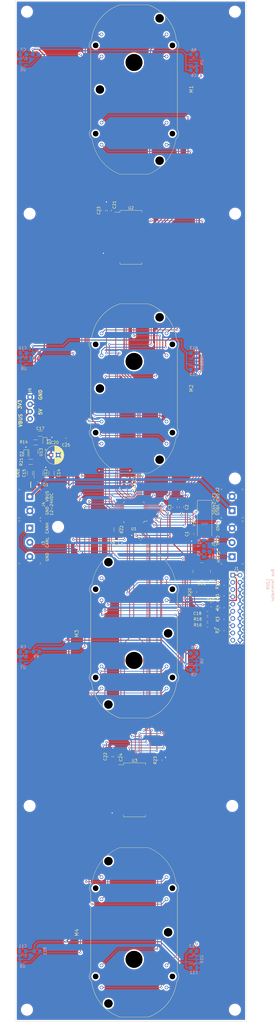
<source format=kicad_pcb>
(kicad_pcb (version 20221018) (generator pcbnew)
  (layers (0 "F.Cu" signal) (31 "B.Cu" signal) (34 "B.Paste" user) (35 "F.Paste" user) (36 "B.SilkS" user "B.Silkscreen") (37 "F.SilkS" user "F.Silkscreen") (38 "B.Mask" user) (39 "F.Mask" user) (44 "Edge.Cuts" user))
  (net 0 "")
  (net 1 "GND")
  (net 2 "Net-(C1-Pad2)")
  (net 3 "Net-(C2-Pad1)")
  (net 4 "+3.3V")
  (net 5 "+5V")
  (net 6 "Net-(C18-Pad2)")
  (net 7 "Net-(C19-Pad1)")
  (net 8 "Net-(D2-Pad2)")
  (net 9 "Net-(D3-Pad2)")
  (net 10 "Net-(D4-Pad2)")
  (net 11 "/RESET")
  (net 12 "/A1")
  (net 13 "/A2")
  (net 14 "/A3")
  (net 15 "/A8")
  (net 16 "/A7")
  (net 17 "/A6")
  (net 18 "/A5")
  (net 19 "/B1")
  (net 20 "/B2")
  (net 21 "/B3")
  (net 22 "/B8")
  (net 23 "/B7")
  (net 24 "/B6")
  (net 25 "/B5")
  (net 26 "/C1")
  (net 27 "/C2")
  (net 28 "/C3")
  (net 29 "/C8")
  (net 30 "/CANH")
  (net 31 "/CANL")
  (net 32 "/C7")
  (net 33 "/C6")
  (net 34 "/C5")
  (net 35 "/D1")
  (net 36 "/D2")
  (net 37 "/D3")
  (net 38 "/D8")
  (net 39 "/D7")
  (net 44 "/D6")
  (net 50 "/SWDIO")
  (net 51 "/SWCLK ")
  (net 52 "Net-(J1-Pad11)")
  (net 54 "/D5")
  (net 55 "Net-(J1-Pad17)")
  (net 57 "/HAll A Hour - 1")
  (net 58 "/HAll A Min - 1 ")
  (net 59 "/HAll A Hour - 2")
  (net 60 "/HAll A Min - 2")
  (net 61 "/HAll B Min - 1")
  (net 62 "/HAll B Min - 2")
  (net 63 "/HAll B Hour - 2")
  (net 64 "/HAll B Hour - 1")
  (net 65 "/F(SCX)D - 2")
  (net 66 "/Driver Reset")
  (net 67 "/CW{slash}~{CCWC} - 2")
  (net 68 "/CW{slash}~{CCWA} - 1")
  (net 69 "/F(SCX)A - 1 ")
  (net 70 "/CW{slash}~{CCWB} - 1")
  (net 71 "/F(SCX)B - 1 ")
  (net 72 "/CW{slash}~{CCWC} - 1 ")
  (net 73 "/F(SCX)C - 1 ")
  (net 74 "/CW{slash}~{CCWD} - 1")
  (net 75 "/F(SCX)D - 1 ")
  (net 76 "/F(SCX)C - 2")
  (net 77 "/CW{slash}~{CCWA} - 2")
  (net 78 "/CW{slash}~{CCWD} - 2")
  (net 79 "/F(SCX)A - 2")
  (net 80 "/CW{slash}~{CCWB} - 2")
  (net 81 "/F(SCX)B - 2")
  (net 82 "VBUS")
  (net 83 "Net-(D1-PadA)")
  (net 86 "Net-(R22-Pad1)")
  (net 87 "/A4")
  (net 88 "/B4")
  (net 89 "/C4")
  (net 90 "/D4")
  (net 91 "Net-(R20-Pad2)")
  (net 92 "Net-(J1-Pad7)")
  (net 93 "Net-(J1-Pad9)")
  (footprint "Resistor_SMD:R_0805_2012Metric_Pad1.20x1.40mm_HandSolder" (layer "F.Cu") (at 270.764 242.824)
    (fp_text reference "R18")
    (fp_text value "100k")
  )
  (footprint "Resistor_SMD:R_1206_3216Metric_Pad1.30x1.75mm_HandSolder" (layer "F.Cu") (at 208.5848 187.5536 180)
    (fp_text reference "R21")
    (fp_text value "1k6")
  )
  (footprint "Package_QFP:LQFP-48_7x7mm_P0.5mm" (layer "F.Cu") (at 244.856 205.232 180)
    (fp_text reference "U1")
    (fp_text value "LPC11C22_24-LQFP48")
  )
  (footprint "MountingHole:MountingHole_3.2mm_M3" (layer "F.Cu") (at 208.2 100.4 90)
    (fp_text reference "REF**" hide)
    (fp_text value "MountingHole_3.2mm_M3")
  )
  (footprint "Resistor_SMD:R_0805_2012Metric_Pad1.20x1.40mm_HandSolder" (layer "F.Cu") (at 270.764 244.856 180)
    (fp_text reference "R16")
    (fp_text value "50R")
  )
  (footprint "ClockLibrary:VID28-05" (layer "F.Cu") (at 244.92 352.792 90)
    (fp_text reference "M4")
    (fp_text value "VID28-05" hide)
  )
  (footprint "MountingHole:MountingHole_3.2mm_M3" (layer "F.Cu") (at 280.48 100.4)
    (fp_text reference "REF**" hide)
    (fp_text value "MountingHole_3.2mm_M3")
  )
  (footprint "ClockLibrary:VID28-05" (layer "F.Cu") (at 244.92 161.792 -90)
    (fp_text reference "M2")
    (fp_text value "VID28-05" hide)
  )
  (footprint "LED_SMD:LED_0603_1608Metric" (layer "F.Cu") (at 238.76 215.392 90)
    (fp_text reference "D4")
    (fp_text value "LED Low current")
  )
  (footprint "Connector_PinHeader_2.54mm:PinHeader_2x10_P2.54mm_Vertical" (layer "F.Cu") (at 279.649 227.335)
    (fp_text reference "J1")
    (fp_text value "JTAG")
  )
  (footprint "Capacitor_SMD:C_1206_3216Metric_Pad1.33x1.80mm_HandSolder" (layer "F.Cu") (at 211.963 177.673)
    (fp_text reference "C17")
    (fp_text value "10uF")
  )
  (footprint "LED_SMD:LED_0603_1608Metric" (layer "F.Cu") (at 213.614 180.467 -90)
    (fp_text reference "D3")
    (fp_text value "LED Low current")
  )
  (footprint "MountingHole:MountingHole_3.2mm_M3" (layer "F.Cu") (at 208.2 308.4)
    (fp_text reference "REF**" hide)
    (fp_text value "MountingHole_3.2mm_M3")
  )
  (footprint "ClockLibrary:VID28-05" (layer "F.Cu") (at 244.92 56.792 -90)
    (fp_text reference "M1")
    (fp_text value "VID28-05" hide)
  )
  (footprint "ClockLibrary:VID28-05" (layer "F.Cu") (at 244.92 247.792 90)
    (fp_text reference "M3")
    (fp_text value "VID28-05" hide)
  )
  (footprint "Package_SO:SOIC-28W_7.5x18.7mm_P1.27mm" (layer "F.Cu") (at 243.84 108.712)
    (fp_text reference "U2")
    (fp_text value "VID6606")
  )
  (footprint "Package_TO_SOT_SMD:SOT-23-5" (layer "F.Cu") (at 209.55 184.023 90)
    (fp_text reference "U13")
    (fp_text value "NCP718xSN330")
  )
  (footprint "Capacitor_SMD:C_0805_2012Metric_Pad1.18x1.45mm_HandSolder" (layer "F.Cu") (at 238.506 291.084 90)
    (fp_text reference "C24")
    (fp_text value "100nF")
  )
  (footprint "Capacitor_SMD:C_1206_3216Metric_Pad1.33x1.80mm_HandSolder" (layer "F.Cu") (at 208.28 191.516 -90)
    (fp_text reference "C15")
    (fp_text value "10uF")
  )
  (footprint "MountingHole:MountingHole_3.2mm_M3" (layer "F.Cu") (at 218.2 210.4)
    (fp_text reference "REF**" hide)
    (fp_text value "MountingHole_3.2mm_M3")
  )
  (footprint "MountingHole:MountingHole_3.2mm_M3" (layer "F.Cu") (at 280.416 29.464)
    (fp_text reference "REF**" hide)
    (fp_text value "MountingHole_3.2mm_M3")
  )
  (footprint "MountingHole:MountingHole_3.2mm_M3" (layer "F.Cu") (at 207.264 29.464)
    (fp_text reference "REF**" hide)
    (fp_text value "MountingHole_3.2mm_M3")
  )
  (footprint "Resistor_SMD:R_0805_2012Metric_Pad1.20x1.40mm_HandSolder" (layer "F.Cu") (at 275.844 234.696 90)
    (fp_text reference "R1")
    (fp_text value "10k")
  )
  (footprint "Resistor_SMD:R_1206_3216Metric_Pad1.30x1.75mm_HandSolder" (layer "F.Cu") (at 210.312 180.721)
    (fp_text reference "R14")
    (fp_text value "750R")
  )
  (footprint "digikey-footprints:PinHeader_1x4_P2.54mm_Drill1.02mm" (layer "F.Cu") (at 208.3816 164.8206 -90)
    (fp_text reference "J6")
    (fp_text value "0022232041")
  )
  (footprint "Resistor_SMD:R_0805_2012Metric_Pad1.20x1.40mm_HandSolder" (layer "F.Cu") (at 275.844 242.824 -90)
    (fp_text reference "R3")
    (fp_text value "10k")
  )
  (footprint "digikey-footprints:Term_Block_1x2_P5mm" (layer "F.Cu") (at 208.28 199.792 -90)
    (fp_text reference "J4")
    (fp_text value "OSTTC020162")
  )
  (footprint "Capacitor_SMD:C_0805_2012Metric_Pad1.18x1.45mm_HandSolder" (layer "F.Cu") (at 242.443 196.088)
    (fp_text reference "C16")
    (fp_text value "100nF")
  )
  (footprint "Capacitor_SMD:C_0805_2012Metric_Pad1.18x1.45mm_HandSolder" (layer "F.Cu") (at 261.62 203.454 90)
    (fp_text reference "C2")
    (fp_text value "18pF")
  )
  (footprint "Resistor_SMD:R_0805_2012Metric_Pad1.20x1.40mm_HandSolder" (layer "F.Cu") (at 275.844 246.872 90)
    (fp_text reference "R2")
    (fp_text value "10k")
  )
  (footprint "MountingHole:MountingHole_3.2mm_M3" (layer "F.Cu") (at 280.416 379.984)
    (fp_text reference "REF**" hide)
    (fp_text value "MountingHole_3.2mm_M3")
  )
  (footprint "MountingHole:MountingHole_3.2mm_M3" (layer "F.Cu") (at 207.264 379.984)
    (fp_text reference "REF**" hide)
    (fp_text value "MountingHole_3.2mm_M3")
  )
  (footprint "Capacitor_THT:CP_Radial_D6.3mm_P2.50mm" (layer "F.Cu") (at 215.7476 185.166)
    (fp_text reference "C20")
    (fp_text value "47uF")
  )
  (footprint "Resistor_SMD:R_0805_2012Metric_Pad1.20x1.40mm_HandSolder" (layer "F.Cu") (at 254 292.354 90)
    (fp_text reference "R23")
    (fp_text value "10k")
  )
  (footprint "LED_SMD:LED_0603_1608Metric" (layer "F.Cu") (at 206.883 184.785 -90)
    (fp_text reference "D2")
    (fp_text value "LED Low current")
  )
  (footprint "Resistor_SMD:R_0805_2012Metric_Pad1.20x1.40mm_HandSolder" (layer "F.Cu") (at 272.034 237.744 180)
    (fp_text reference "R15")
    (fp_text value "50R")
  )
  (footprint "Capacitor_SMD:C_0805_2012Metric_Pad1.18x1.45mm_HandSolder" (layer "F.Cu") (at 236.474 291.084 90)
    (fp_text reference "C22")
    (fp_text value "100nF")
  )
  (footprint "Resistor_SMD:R_0805_2012Metric_Pad1.20x1.40mm_HandSolder" (layer "F.Cu") (at 275.844 238.76 -90)
    (fp_text reference "R4")
    (fp_text value "10k")
  )
  (footprint "Capacitor_SMD:C_0805_2012Metric_Pad1.18x1.45mm_HandSolder" (layer "F.Cu") (at 270.764 240.792 180)
    (fp_text reference "C18")
    (fp_text value "100nF")
  )
  (footprint "Resistor_SMD:R_1206_3216Metric_Pad1.30x1.75mm_HandSolder" (layer "F.Cu") (at 238.76 211.328 -90)
    (fp_text reference "R22")
    (fp_text value "750R")
  )
  (footprint "Capacitor_SMD:C_0805_2012Metric_Pad1.18x1.45mm_HandSolder" (layer "F.Cu") (at 236.22 99.314 90)
    (fp_text reference "C21")
    (fp_text value "100nF")
  )
  (footprint "MountingHole:MountingHole_3.2mm_M3" (layer "F.Cu") (at 279.48 308.4)
    (fp_text reference "REF**" hide)
    (fp_text value "MountingHole_3.2mm_M3")
  )
  (footprint "Capacitor_SMD:C_0805_2012Metric_Pad1.18x1.45mm_HandSolder" (layer "F.Cu") (at 221 180 180)
    (fp_text reference "C25")
    (fp_text value "100nF")
  )
  (footprint "Capacitor_SMD:C_0805_2012Metric_Pad1.18x1.45mm_HandSolder" (layer "F.Cu") (at 242.443 194.056 180)
    (fp_text reference "C5")
    (fp_text value "100nF")
  )
  (footprint "Capacitor_SMD:C_1206_3216Metric_Pad1.33x1.80mm_HandSolder" (layer "F.Cu") (at 215.9 191.516 90)
    (fp_text reference "C14")
    (fp_text value "10uF")
  )
  (footprint "Capacitor_SMD:C_0805_2012Metric_Pad1.18x1.45mm_HandSolder" (layer "F.Cu") (at 265.176 212.852 90)
    (fp_text reference "C1")
    (fp_text value "18pF")
  )
  (footprint "digikey-footprints:Switch_Tactile_SMD_6x6mm_PTS645" (layer "F.Cu") (at 268.732 226.06 180)
    (fp_text reference "SW1")
    (fp_text value "SW_SPST")
  )
  (footprint "Capacitor_SMD:C_0805_2012Metric_Pad1.18x1.45mm_HandSolder" (layer "F.Cu") (at 247.25 215.75)
    (fp_text reference "C4")
    (fp_text value "100nF")
  )
  (footprint "digikey-footprints:Term_Block_1x3_P5mm" (layer "F.Cu") (at 279.4 220.9 90)
    (fp_text reference "J5")
    (fp_text value "OSTTC030162")
  )
  (footprint "Crystal:Crystal_SMD_HC49-SD" (layer "F.Cu") (at 269.748 207.772 -90)
    (fp_text reference "Y1")
    (fp_text value "12MHz/12pF")
  )
  (footprint "MountingHole:MountingHole_3.2mm_M3" (layer "F.Cu") (at 280.4 193.4)
    (fp_text reference "REF**" hide)
    (fp_text value "MountingHole_3.2mm_M3")
  )
  (footprint "digikey-footprints:Term_Block_1x2_P5mm" (layer "F.Cu") (at 279.4 204.724 90)
    (fp_text reference "J2")
    (fp_text value "OSTTC020162")
  )
  (footprint "Capacitor_SMD:C_0805_2012Metric_Pad1.18x1.45mm_HandSolder" (layer "F.Cu") (at 259.334 203.5 90)
    (fp_text reference "C3")
    (fp_text value "100nF")
  )
  (footprint "Package_TO_SOT_SMD:SOT-23-5" (layer "F.Cu") (at 211.328 191.516 90)
    (fp_text reference "U12")
    (fp_text value "NCP718xSN500")
  )
  (footprint "Package_SO:SOIC-28W_7.5x18.7mm_P1.27mm" (layer "F.Cu") (at 245.11 302.768)
    (fp_text reference "U3")
    (fp_text value "VID6606")
  )
  (footprint "Capacitor_SMD:C_0805_2012Metric_Pad1.18x1.45mm_HandSolder" (layer "F.Cu") (at 234.188 99.314 90)
    (fp_text reference "C23")
    (fp_text value "100nF")
  )
  (footprint "Resistor_SMD:R_0805_2012Metric_Pad1.20x1.40mm_HandSolder" (layer "F.Cu") (at 266.192 233.299 90)
    (fp_text reference "R20")
    (fp_text value "100k")
  )
  (footprint "digikey-footprints:SOD-123" (layer "F.Cu") (at 209.804 195.58)
    (fp_text reference "D1")
    (fp_text value "1N5819HW-7-F")
  )
  (footprint "Resistor_SMD:R_0805_2012Metric_Pad1.20x1.40mm_HandSolder" (layer "F.Cu") (at 275.844 230.886 90)
    (fp_text reference "R19")
    (fp_text value "50R")
  )
  (footprint "digikey-footprints:Term_Block_1x3_P5mm" (layer "F.Cu") (at 208.28 210.82 -90)
    (fp_text reference "J3")
    (fp_text value "OSTTC030162")
  )
  (footprint "Package_TO_SOT_SMD:SOT-23" (layer "B.Cu") (at 205.74 362.292 180)
    (fp_text reference "U9")
    (fp_text value "DRV5033AJxDBZ")
  )
  (footprint "Capacitor_SMD:C_0805_2012Metric_Pad1.18x1.45mm_HandSolder" (layer "B.Cu") (at 205.994 149.352 180)
    (fp_text reference "C10")
    (fp_text value "0.01uF")
  )
  (footprint "Capacitor_SMD:C_0805_2012Metric_Pad1.18x1.45mm_HandSolder" (layer "B.Cu") (at 265.938 155.194)
    (fp_text reference "C13")
    (fp_text value "0.01uF")
  )
  (footprint "Resistor_SMD:R_0805_2012Metric_Pad1.20x1.40mm_HandSolder" (layer "B.Cu") (at 265.938 149.352)
    (fp_text reference "R13")
    (fp_text value "10k")
  )
  (footprint "Resistor_SMD:R_0805_2012Metric_Pad1.20x1.40mm_HandSolder" (layer "B.Cu") (at 269.494 216.1032 -90)
    (fp_text reference "R17")
    (fp_text value "60R")
  )
  (footprint "Package_TO_SOT_SMD:SOT-23" (layer "B.Cu") (at 265.92 362.292)
    (fp_text reference "U10")
    (fp_text value "DRV5033AJxDBZ")
  )
  (footprint "Package_TO_SOT_SMD:SOT-23" (layer "B.Cu") (at 265.92 257.556)
    (fp_text reference "U6")
    (fp_text value "DRV5033AJxDBZ")
  )
  (footprint "Package_TO_SOT_SMD:SOT-23" (layer "B.Cu") (at 205.92 47.292 180)
    (fp_text reference "U5")
    (fp_text value "DRV5033AJxDBZ")
  )
  (footprint "Capacitor_SMD:C_0805_2012Metric_Pad1.18x1.45mm_HandSolder" (layer "B.Cu") (at 272.542 219.202)
    (fp_text reference "C19")
    (fp_text value "1nF")
  )
  (footprint "Package_TO_SOT_SMD:SOT-23" (layer "B.Cu") (at 205.92 257.292 180)
    (fp_text reference "U7")
    (fp_text value "DRV5033AJxDBZ")
  )
  (footprint "Resistor_SMD:R_0805_2012Metric_Pad1.20x1.40mm_HandSolder" (layer "B.Cu") (at 265.938 44.45)
    (fp_text reference "R6")
    (fp_text value "10k")
  )
  (footprint "Capacitor_SMD:C_0805_2012Metric_Pad1.18x1.45mm_HandSolder" (layer "B.Cu") (at 205.74 359.41 180)
    (fp_text reference "C11")
    (fp_text value "0.01uF")
  )
  (footprint "Package_TO_SOT_SMD:SOT-23" (layer "B.Cu") (at 265.92 47.292)
    (fp_text reference "U4")
    (fp_text value "DRV5033AJxDBZ")
  )
  (footprint "Resistor_SMD:R_0805_2012Metric_Pad1.20x1.40mm_HandSolder" (layer "B.Cu") (at 210.82 359.41)
    (fp_text reference "R11")
    (fp_text value "10k")
  )
  (footprint "Capacitor_SMD:C_0805_2012Metric_Pad1.18x1.45mm_HandSolder" (layer "B.Cu") (at 265.938 365.252)
    (fp_text reference "C12")
    (fp_text value "0.01uF")
  )
  (footprint "Package_TO_SOT_SMD:SOT-23" (layer "B.Cu") (at 205.92 152.292 180)
    (fp_text reference "U8")
    (fp_text value "DRV5033AJxDBZ")
  )
  (footprint "Resistor_SMD:R_0805_2012Metric_Pad1.20x1.40mm_HandSolder" (layer "B.Cu") (at 269.494 219.964 90)
    (fp_text reference "R5")
    (fp_text value "60R")
  )
  (footprint "Capacitor_SMD:C_0805_2012Metric_Pad1.18x1.45mm_HandSolder" (layer "B.Cu") (at 205.994 254.254 180)
    (fp_text reference "C9")
    (fp_text value "0.01uF")
  )
  (footprint "Resistor_SMD:R_0805_2012Metric_Pad1.20x1.40mm_HandSolder" (layer "B.Cu") (at 265.938 359.41)
    (fp_text reference "R12")
    (fp_text value "10k")
  )
  (footprint "Package_TO_SOT_SMD:SOT-23" (layer "B.Cu") (at 265.92 152.292)
    (fp_text reference "U11")
    (fp_text value "DRV5033AJxDBZ")
  )
  (footprint "Capacitor_SMD:C_0805_2012Metric_Pad1.18x1.45mm_HandSolder" (layer "B.Cu") (at 265.938 50.038)
    (fp_text reference "C6")
    (fp_text value "0.01uF")
  )
  (footprint "Resistor_SMD:R_0805_2012Metric_Pad1.20x1.40mm_HandSolder" (layer "B.Cu") (at 210.312 44.45)
    (fp_text reference "R7")
    (fp_text value "10k")
  )
  (footprint "Resistor_SMD:R_0805_2012Metric_Pad1.20x1.40mm_HandSolder" (layer "B.Cu") (at 210.566 149.352)
    (fp_text reference "R10")
    (fp_text value "10k")
  )
  (footprint "Capacitor_SMD:C_0805_2012Metric_Pad1.18x1.45mm_HandSolder" (layer "B.Cu") (at 265.938 260.604)
    (fp_text reference "C8")
    (fp_text value "0.01uF")
  )
  (footprint "Resistor_SMD:R_0805_2012Metric_Pad1.20x1.40mm_HandSolder" (layer "B.Cu") (at 265.938 254.762)
    (fp_text reference "R8")
    (fp_text value "10k")
  )
  (footprint "Capacitor_SMD:C_0805_2012Metric_Pad1.18x1.45mm_HandSolder" (layer "B.Cu") (at 205.994 44.45 180)
    (fp_text reference "C7")
    (fp_text value "0.01uF")
  )
  (footprint "Resistor_SMD:R_0805_2012Metric_Pad1.20x1.40mm_HandSolder" (layer "B.Cu") (at 210.566 254.254)
    (fp_text reference "R9")
    (fp_text value "10k")
  )
  (gr_line (start 284.48 384.048) (end 284.48 25.4) (stroke (width 0.1)) (layer "Edge.Cuts"))
  (gr_line (start 203.2 384.048) (end 284.48 384.048) (stroke (width 0.1)) (layer "Edge.Cuts"))
  (gr_line (start 203.2 25.4) (end 203.2 384.048) (stroke (width 0.1)) (layer "Edge.Cuts"))
  (gr_line (start 284.48 25.4) (end 203.2 25.4) (stroke (width 0.1)) (layer "Edge.Cuts"))
  (gr_text "120R \nBus Terminator" (at 292.862 230.886 -270) (layer "B.SilkS") (effects (font (size 1 1)) (justify mirror)))
  (gr_text "CANH" (at 214.376 210.82 90) (layer "F.SilkS") (effects (font (size 1 1))))
  (gr_text "CANH" (at 274.574 220.98 270) (layer "F.SilkS") (effects (font (size 1 1))))
  (gr_text "GND" (at 274.32 200.152 270) (layer "F.SilkS") (effects (font (size 1 1))))
  (gr_text "GND" (at 204.216 191.516 90) (layer "F.SilkS") (effects (font (size 1 1))))
  (gr_text "VBUS" (at 205 173 90) (layer "F.SilkS") (effects (font (size 1.2 1.2) (thickness 0.25))))
  (gr_text "GND" (at 274.32 210.312 270) (layer "F.SilkS") (effects (font (size 1 1))))
  (gr_text "VBUS" (at 274.32 204.47 270) (layer "F.SilkS") (effects (font (size 1 1))))
  (gr_text "VBUS" (at 214.376 199.644 90) (layer "F.SilkS") (effects (font (size 1 1))))
  (gr_text "CANL\n" (at 274.32 215.265 270) (layer "F.SilkS") (effects (font (size 1 1))))
  (gr_text "12-24VDC" (at 273.05 202.3364 270) (layer "F.SilkS") (effects (font (size 1 1))))
  (gr_text "3V3" (at 204.7748 167.386 90) (layer "F.SilkS") (effects (font (size 1.2 1.2) (thickness 0.25))))
  (gr_text "CANL\n" (at 214.376 215.9 90) (layer "F.SilkS") (effects (font (size 1 1))))
  (gr_text "12-24VDC" (at 215.9 202.438 90) (layer "F.SilkS") (effects (font (size 1 1))))
  (gr_text "GND" (at 212 164 90) (layer "F.SilkS") (effects (font (size 1.2 1.2) (thickness 0.25))))
  (gr_text "GND" (at 214.376 204.724 90) (layer "F.SilkS") (effects (font (size 1 1))))
  (gr_text "5V" (at 212 170 90) (layer "F.SilkS") (effects (font (size 1.2 1.2) (thickness 0.25))))
  (gr_text "GND" (at 214.376 220.98 90) (layer "F.SilkS") (effects (font (size 1 1))))
  (segment (start 239.8776 196.6722) (end 239.8776 196.723) (width 0.2) (layer "F.Cu") (net 1))
  (segment (start 211.328 192.158657) (end 211.898857 191.5878) (width 0.4064) (layer "F.Cu") (net 1))
  (segment (start 206.883 183.9975) (end 206.883 182.372) (width 0.4064) (layer "F.Cu") (net 1))
  (segment (start 265.176 213.8895) (end 265.176 215.392) (width 0.4064) (layer "F.Cu") (net 1))
  (segment (start 236.22 98.2765) (end 236.22 97.282) (width 0.4064) (layer "F.Cu") (net 1))
  (segment (start 248.2875 215.75) (end 248.2875 214.7875) (width 0.4064) (layer "F.Cu") (net 1))
  (segment (start 217.084 180) (end 216.027 178.943) (width 0.4064) (layer "F.Cu") (net 1))
  (segment (start 215.2905 179.6795) (end 216.027 178.943) (width 0.4064) (layer "F.Cu") (net 1))
  (segment (start 244.106 213.348) (end 244.094 213.36) (width 0.2) (layer "F.Cu") (net 1))
  (segment (start 208.28 193.0785) (end 209.7707 191.5878) (width 0.4064) (layer "F.Cu") (net 1))
  (segment (start 243.106 201.0695) (end 243.606 201.0695) (width 0.2) (layer "F.Cu") (net 1))
  (segment (start 209.55 185.1605) (end 209.55 184.665657) (width 0.4064) (layer "F.Cu") (net 1))
  (segment (start 236.474 290.0465) (end 236.474 289.052) (width 0.4064) (layer "F.Cu") (net 1))
  (segment (start 239.04 114.427) (end 234.315 114.427) (width 0.4064) (layer "F.Cu") (net 1))
  (segment (start 236.22 97.282) (end 235.204 96.266) (width 0.4064) (layer "F.Cu") (net 1))
  (segment (start 240.4618 196.088) (end 239.8776 196.6722) (width 0.2) (layer "F.Cu") (net 1))
  (segment (start 241.4055 196.088) (end 240.4618 196.088) (width 0.2) (layer "F.Cu") (net 1))
  (segment (start 238.76 216.1795) (end 240.6395 216.1795) (width 0.4064) (layer "F.Cu") (net 1))
  (segment (start 213.868 190.233343) (end 213.868 189.484) (width 0.4064) (layer "F.Cu") (net 1))
  (segment (start 254 291.354) (end 256.016 291.354) (width 0.4064) (layer "F.Cu") (net 1))
  (segment (start 273.304 240.792) (end 274.32 239.776) (width 0.4064) (layer "F.Cu") (net 1))
  (segment (start 271.8015 240.792) (end 273.304 240.792) (width 0.4064) (layer "F.Cu") (net 1))
  (segment (start 248.2875 214.7875) (end 247.75 214.25) (width 0.4064) (layer "F.Cu") (net 1))
  (segment (start 243.106 201.0695) (end 243.106 199.9514) (width 0.2) (layer "F.Cu") (net 1))
  (segment (start 214.757 177.673) (end 216.027 178.943) (width 0.4064) (layer "F.Cu") (net 1))
  (segment (start 238.506 289.052) (end 237.49 288.036) (width 0.4064) (layer "F.Cu") (net 1))
  (segment (start 275.844 245.872) (end 273.304 245.872) (width 0.4064) (layer "F.Cu") (net 1))
  (segment (start 208.881843 183.9975) (end 206.883 183.9975) (width 0.4064) (layer "F.Cu") (net 1))
  (segment (start 212.513543 191.5878) (end 213.868 190.233343) (width 0.4064) (layer "F.Cu") (net 1))
  (segment (start 259.334 201.666) (end 260.25 200.75) (width 0.4064) (layer "F.Cu") (net 1))
  (segment (start 261.62 202.12) (end 260.25 200.75) (width 0.4064) (layer "F.Cu") (net 1))
  (segment (start 234.188 98.2765) (end 234.188 97.282) (width 0.4064) (layer "F.Cu") (net 1))
  (segment (start 215.4305 189.484) (end 215.9 189.9535) (width 0.4064) (layer "F.Cu") (net 1))
  (segment (start 209.55 184.665657) (end 208.881843 183.9975) (width 0.4064) (layer "F.Cu") (net 1))
  (segment (start 219.9625 180) (end 217.084 180) (width 0.4064) (layer "F.Cu") (net 1))
  (segment (start 261.62 202.4165) (end 261.62 202.12) (width 0.4064) (layer "F.Cu") (net 1))
  (segment (start 275.844 243.824) (end 274.32 242.3) (width 0.4064) (layer "F.Cu") (net 1))
  (segment (start 213.614 179.6795) (end 215.2905 179.6795) (width 0.4064) (layer "F.Cu") (net 1))
  (segment (start 213.5255 177.673) (end 214.757 177.673) (width 0.4064) (layer "F.Cu") (net 1))
  (segment (start 249.0185 205.982) (end 249.0305 205.994) (width 0.2) (layer "F.Cu") (net 1))
  (segment (start 274.336 239.76) (end 274.32 239.776) (width 0.4064) (layer "F.Cu") (net 1))
  (segment (start 240.6395 216.1795) (end 240.665 216.154) (width 0.4064) (layer "F.Cu") (net 1))
  (segment (start 256.016 291.354) (end 256.032 291.338) (width 0.4064) (layer "F.Cu") (net 1))
  (segment (start 272.707 223.81) (end 264.757 223.81) (width 0.4064) (layer "F.Cu") (net 1))
  (segment (start 239.649 308.483) (end 237.236 310.896) (width 0.4064) (layer "F.Cu") (net 1))
  (segment (start 249.0305 205.994) (end 252.984 205.994) (width 0.2) (layer "F.Cu") (net 1))
  (segment (start 240.31 308.483) (end 239.649 308.483) (width 0.4064) (layer "F.Cu") (net 1))
  (segment (start 275.844 239.76) (end 274.336 239.76) (width 0.4064) (layer "F.Cu") (net 1))
  (segment (start 211.898857 191.5878) (end 212.513543 191.5878) (width 0.4064) (layer "F.Cu") (net 1))
  (segment (start 274.32 242.3) (end 274.32 239.776) (width 0.4064) (layer "F.Cu") (net 1))
  (segment (start 209.7707 191.5878) (end 210.757143 191.5878) (width 0.4064) (layer "F.Cu") (net 1))
  (segment (start 234.188 97.282) (end 235.204 96.266) (width 0.4064) (layer "F.Cu") (net 1))
  (segment (start 236.474 289.052) (end 237.49 288.036) (width 0.4064) (layer "F.Cu") (net 1))
  (segment (start 211.328 192.158657) (end 211.328 192.6535) (width 0.4064) (layer "F.Cu") (net 1))
  (segment (start 259.334 202.4625) (end 259.334 201.666) (width 0.4064) (layer "F.Cu") (net 1))
  (segment (start 264.757 215.811) (end 265.176 215.392) (width 0.4064) (layer "F.Cu") (net 1))
  (segment (start 213.868 189.484) (end 215.4305 189.484) (width 0.4064) (layer "F.Cu") (net 1))
  (segment (start 243.106 199.9514) (end 239.8776 196.723) (width 0.2) (layer "F.Cu") (net 1))
  (segment (start 244.106 209.3945) (end 244.106 213.348) (width 0.2) (layer "F.Cu") (net 1))
  (segment (start 238.506 290.0465) (end 238.506 289.052) (width 0.4064) (layer "F.Cu") (net 1))
  (segment (start 264.757 223.81) (end 264.757 215.811) (width 0.4064) (layer "F.Cu") (net 1))
  (segment (start 241.4055 196.088) (end 241.4055 194.056) (width 0.2) (layer "F.Cu") (net 1))
  (segment (start 234.315 114.427) (end 234.188 114.3) (width 0.4064) (layer "F.Cu") (net 1))
  (segment (start 210.757143 191.5878) (end 211.328 192.158657) (width 0.4064) (layer "F.Cu") (net 1))
  (via (at 237.236 310.896) (size 0.8) (drill 0.4) (layers "F.Cu" "B.Cu") (net 1))
  (via (at 239.8776 196.723) (size 0.8) (drill 0.4) (layers "F.Cu" "B.Cu") (net 1))
  (via (at 273.304 245.872) (size 0.8) (drill 0.4) (layers "F.Cu" "B.Cu") (net 1))
  (via (at 247.75 214.25) (size 0.8) (drill 0.4) (layers "F.Cu" "B.Cu") (net 1))
  (via (at 234.188 114.3) (size 0.8) (drill 0.4) (layers "F.Cu" "B.Cu") (net 1))
  (via (at 244.094 213.36) (size 0.8) (drill 0.4) (layers "F.Cu" "B.Cu") (net 1))
  (via (at 206.883 182.372) (size 0.8) (drill 0.4) (layers "F.Cu" "B.Cu") (net 1))
  (via (at 235.204 96.266) (size 0.8) (drill 0.4) (layers "F.Cu" "B.Cu") (net 1))
  (via (at 213.868 189.484) (size 0.8) (drill 0.4) (layers "F.Cu" "B.Cu") (net 1))
  (via (at 274.32 239.776) (size 0.8) (drill 0.4) (layers "F.Cu" "B.Cu") (net 1))
  (via (at 240.665 216.154) (size 0.8) (drill 0.4) (layers "F.Cu" "B.Cu") (net 1))
  (via (at 237.49 288.036) (size 0.8) (drill 0.4) (layers "F.Cu" "B.Cu") (net 1))
  (via (at 252.984 205.994) (size 0.8) (drill 0.4) (layers "F.Cu" "B.Cu") (net 1))
  (via (at 260.25 200.75) (size 0.8) (drill 0.4) (layers "F.Cu" "B.Cu") (net 1))
  (via (at 265.176 215.392) (size 0.8) (drill 0.4) (layers "F.Cu" "B.Cu") (net 1))
  (via (at 256.032 291.338) (size 0.8) (drill 0.4) (layers "F.Cu" "B.Cu") (net 1))
  (via (at 216.027 178.943) (size 0.8) (drill 0.4) (layers "F.Cu" "B.Cu") (net 1))
  (segment (start 269.748 212.022) (end 265.3835 212.022) (width 0.25) (layer "F.Cu") (net 2))
  (segment (start 265.176 211.8145) (end 264.668 211.3065) (width 0.25) (layer "F.Cu") (net 2))
  (segment (start 253.575608 205.2695) (end 253.899867 205.593759) (width 0.25) (layer "F.Cu") (net 2))
  (segment (start 252.217402 205.482) (end 252.429902 205.2695) (width 0.25) (layer "F.Cu") (net 2))
  (segment (start 249.0185 205.482) (end 252.217402 205.482) (width 0.25) (layer "F.Cu") (net 2))
  (segment (start 265.3835 212.022) (end 265.176 211.8145) (width 0.25) (layer "F.Cu") (net 2))
  (segment (start 252.429902 205.2695) (end 253.575608 205.2695) (width 0.25) (layer "F.Cu") (net 2))
  (segment (start 264.668 211.3065) (end 264.668 207.01) (width 0.25) (layer "F.Cu") (net 2))
  (via (at 253.899867 205.593759) (size 0.8) (drill 0.4) (layers "F.Cu" "B.Cu") (net 2))
  (via (at 264.668 207.01) (size 0.8) (drill 0.4) (layers "F.Cu" "B.Cu") (net 2))
  (segment (start 255.316108 207.01) (end 264.668 207.01) (width 0.25) (layer "B.Cu") (net 2))
  (segment (start 253.899867 205.593759) (end 255.316108 207.01) (width 0.25) (layer "B.Cu") (net 2))
  (segment (start 249.0185 204.982) (end 252.081712 204.982) (width 0.25) (layer "F.Cu") (net 3))
  (segment (start 252.194453 204.869259) (end 254.199965 204.869259) (width 0.25) (layer "F.Cu") (net 3))
  (segment (start 261.62 204.4915) (end 261.62 206.248) (width 0.25) (layer "F.Cu") (net 3))
  (segment (start 254.199965 204.869259) (end 255.578706 206.248) (width 0.25) (layer "F.Cu") (net 3))
  (segment (start 255.578706 206.248) (end 256.032 206.248) (width 0.25) (layer "F.Cu") (net 3))
  (segment (start 252.081712 204.982) (end 252.194453 204.869259) (width 0.25) (layer "F.Cu") (net 3))
  (segment (start 268.41 203.522) (end 266.7 205.232) (width 0.25) (layer "F.Cu") (net 3))
  (segment (start 269.748 203.522) (end 268.41 203.522) (width 0.25) (layer "F.Cu") (net 3))
  (via (at 266.7 205.232) (size 0.8) (drill 0.4) (layers "F.Cu" "B.Cu") (net 3))
  (via (at 256.032 206.248) (size 0.8) (drill 0.4) (layers "F.Cu" "B.Cu") (net 3))
  (via (at 261.62 206.248) (size 0.8) (drill 0.4) (layers "F.Cu" "B.Cu") (net 3))
  (segment (start 265.684 206.248) (end 261.62 206.248) (width 0.25) (layer "B.Cu") (net 3))
  (segment (start 266.7 205.232) (end 265.684 206.248) (width 0.25) (layer "B.Cu") (net 3))
  (segment (start 256.032 206.248) (end 261.62 206.248) (width 0.25) (layer "B.Cu") (net 3))
  (segment (start 276.368 236.22) (end 275.844 235.696) (width 0.4064) (layer "F.Cu") (net 4))
  (segment (start 210.185 175.006) (end 210.185 172.085) (width 0.4064) (layer "F.Cu") (net 4))
  (segment (start 213.36 147.32) (end 213.36 146.812) (width 0.4064) (layer "F.Cu") (net 4))
  (segment (start 210.185 150.495) (end 213.36 147.32) (width 0.4064) (layer "F.Cu") (net 4))
  (segment (start 210.185 172.085) (end 210.185 150.495) (width 0.4064) (layer "F.Cu") (net 4))
  (segment (start 245.606 209.3945) (end 245.606 213.398117) (width 0.2) (layer "F.Cu") (net 4))
  (segment (start 211.328 42.672) (end 209.296 42.672) (width 0.4064) (layer "F.Cu") (net 4))
  (segment (start 245.606 196.584) (end 245.11 196.088) (width 0.2) (layer "F.Cu") (net 4))
  (segment (start 262.89 235.6225) (end 262.8005 235.712) (width 0.4064) (layer "F.Cu") (net 4))
  (segment (start 245.618 213.410117) (end 246.25 214.042117) (width 0.2) (layer "F.Cu") (net 4))
  (segment (start 246.25 215.7125) (end 246.2125 215.75) (width 0.2) (layer "F.Cu") (net 4))
  (segment (start 263.144 249.412282) (end 262.997299 249.265581) (width 0.4064) (layer "F.Cu") (net 4))
  (segment (start 208.762 180.721) (end 208.635 180.594) (width 0.4064) (layer "F.Cu") (net 4))
  (segment (start 208.635 180.594) (end 208.635 179.4385) (width 0.4064) (layer "F.Cu") (net 4))
  (segment (start 210.185 167.386) (end 210.185 172.085) (width 0.4064) (layer "F.Cu") (net 4))
  (segment (start 257.556 215.138) (end 262.89 220.472) (width 0.4064) (layer "F.Cu") (net 4))
  (segment (start 280.924 228.61) (end 280.924 236.22) (width 0.4064) (layer "F.Cu") (net 4))
  (segment (start 245.606 201.0695) (end 245.606 196.584) (width 0.2) (layer "F.Cu") (net 4))
  (segment (start 221.996 355.092) (end 220.98 356.108) (width 0.4064) (layer "F.Cu") (net 4))
  (segment (start 210.185 177.4575) (end 210.185 175.006) (width 0.4064) (layer "F.Cu") (net 4))
  (segment (start 275.844 235.696) (end 274.336 235.696) (width 0.4064) (layer "F.Cu") (net 4))
  (segment (start 218.694 175.006) (end 221.996 178.308) (width 0.4064) (layer "F.Cu") (net 4))
  (segment (start 221.996 178.308) (end 221.996 248.666) (width 0.4064) (layer "F.Cu") (net 4))
  (segment (start 221.996 248.666) (end 221.996 355.092) (width 0.4064) (layer "F.Cu") (net 4))
  (segment (start 249.0185 204.482) (end 249.055742 204.444758) (width 0.2) (layer "F.Cu") (net 4))
  (segment (start 262.997299 235.908799) (end 262.8005 235.712) (width 0.4064) (layer "F.Cu") (net 4))
  (segment (start 262.89 220.472) (end 262.89 235.6225) (width 0.4064) (layer "F.Cu") (net 4))
  (segment (start 208.6 180.883) (end 208.762 180.721) (width 0.4064) (layer "F.Cu") (net 4))
  (segment (start 249.055742 204.444758) (end 254.3758 204.444758) (width 0.2) (layer "F.Cu") (net 4))
  (segment (start 220.98 250.19) (end 221.996 249.174) (width 0.4064) (layer "F.Cu") (net 4))
  (segment (start 259.1475 204.724) (end 259.334 204.5375) (width 0.2) (layer "F.Cu") (net 4))
  (segment (start 245.606 213.398117) (end 245.618 213.410117) (width 0.2) (layer "F.Cu") (net 4))
  (segment (start 257.556 206.3155) (end 259.334 204.5375) (width 0.4064) (layer "F.Cu") (net 4))
  (segment (start 210.1596 167.3606) (end 210.185 167.386) (width 0.4064) (layer "F.Cu") (net 4))
  (segment (start 279.649 227.335) (end 282.189 227.335) (width 0.4064) (layer "F.Cu") (net 4))
  (segment (start 208.635 179.4385) (end 210.4005 177.673) (width 0.4064) (layer "F.Cu") (net 4))
  (segment (start 210.4005 177.673) (end 210.185 177.4575) (width 0.4064) (layer "F.Cu") (net 4))
  (segment (start 210.185 175.006) (end 218.694 175.006) (width 0.4064) (layer "F.Cu") (net 4))
  (segment (start 213.36 146.812) (end 213.36 44.704) (width 0.4064) (layer "F.Cu") (net 4))
  (segment (start 209.296 146.812) (end 213.36 146.812) (width 0.4064) (layer "F.Cu") (net 4))
  (segment (start 263.144 258.572) (end 263.144 249.412282) (width 0.4064) (layer "F.Cu") (net 4))
  (segment (start 208.407 167.3606) (end 210.1596 167.3606) (width 0.4064) (layer "F.Cu") (net 4))
  (segment (start 257.556 213.36) (end 257.556 215.138) (width 0.4064) (layer "F.Cu") (net 4))
  (segment (start 243.4805 196.088) (end 245.11 196.088) (width 0.4064) (layer "F.Cu") (net 4))
  (segment (start 279.649 227.335) (end 280.924 228.61) (width 0.4064) (layer "F.Cu") (net 4))
  (segment (start 221.996 249.174) (end 221.996 248.666) (width 0.4064) (layer "F.Cu") (net 4))
  (segment (start 254.655042 204.724) (end 259.1475 204.724) (width 0.2) (layer "F.Cu") (net 4))
  (segment (start 246.25 214.042117) (end 246.25 215.7125) (width 0.2) (layer "F.Cu") (net 4))
  (segment (start 254.3758 204.444758) (end 254.655042 204.724) (width 0.2) (layer "F.Cu") (net 4))
  (segment (start 213.36 44.704) (end 211.328 42.672) (width 0.4064) (layer "F.Cu") (net 4))
  (segment (start 208.6 182.8855) (end 208.6 180.883) (width 0.4064) (layer "F.Cu") (net 4))
  (segment (start 257.556 206.3155) (end 257.556 213.36) (width 0.4064) (layer "F.Cu") (net 4))
  (segment (start 262.997299 249.265581) (end 262.997299 235.908799) (width 0.4064) (layer "F.Cu") (net 4))
  (segment (start 280.924 236.22) (end 276.368 236.22) (width 0.4064) (layer "F.Cu") (net 4))
  (segment (start 274.336 235.696) (end 274.32 235.712) (width 0.4064) (layer "F.Cu") (net 4))
  (via (at 209.296 146.812) (size 0.8) (drill 0.4) (layers "F.Cu" "B.Cu") (net 4))
  (via (at 245.11 196.088) (size 0.8) (drill 0.4) (layers "F.Cu" "B.Cu") (net 4))
  (via (at 262.8005 235.712) (size 0.8) (drill 0.4) (layers "F.Cu" "B.Cu") (net 4))
  (via (at 245.618 213.410117) (size 0.8) (drill 0.4) (layers "F.Cu" "B.Cu") (net 4))
  (via (at 209.296 42.672) (size 0.8) (drill 0.4) (layers "F.Cu" "B.Cu") (net 4))
  (via (at 274.32 235.712) (size 0.8) (drill 0.4) (layers "F.Cu" "B.Cu") (net 4))
  (via (at 257.556 213.36) (size 0.8) (drill 0.4) (layers "F.Cu" "B.Cu") (net 4))
  (via (at 263.144 258.572) (size 0.8) (drill 0.4) (layers "F.Cu" "B.Cu") (net 4))
  (via (at 220.98 356.108) (size 0.8) (drill 0.4) (layers "F.Cu" "B.Cu") (net 4))
  (via (at 221.996 196.088) (size 0.8) (drill 0.4) (layers "F.Cu" "B.Cu") (net 4))
  (via (at 220.98 250.19) (size 0.8) (drill 0.4) (layers "F.Cu" "B.Cu") (net 4))
  (segment (start 243.9924 194.9704) (end 223.1136 194.9704) (width 0.4064) (layer "B.Cu") (net 4))
  (segment (start 209.296 146.812) (end 209.296 149.082) (width 0.4064) (layer "B.Cu") (net 4))
  (segment (start 206.7775 359.41) (end 206.7775 361.242) (width 0.4064) (layer "B.Cu") (net 4))
  (segment (start 264.9645 48.26) (end 264.9825 48.242) (width 0.4064) (layer "B.Cu") (net 4))
  (segment (start 209.312 44.45) (end 207.0315 44.45) (width 0.4064) (layer "B.Cu") (net 4))
  (segment (start 206.7775 361.242) (end 206.6775 361.342) (width 0.4064) (layer "B.Cu") (net 4))
  (segment (start 209.82 357.362) (end 211.074 356.108) (width 0.4064) (layer "B.Cu") (net 4))
  (segment (start 263.144 258.572) (end 263.144 255.27) (width 0.4064) (layer "B.Cu") (net 4))
  (segment (start 254.762 250.19) (end 220.98 250.19) (width 0.4064) (layer "B.Cu") (net 4))
  (segment (start 219.964 146.812) (end 221.996 144.78) (width 0.4064) (layer "B.Cu") (net 4))
  (segment (start 207.0315 256.168) (end 206.8575 256.342) (width 0.4064) (layer "B.Cu") (net 4))
  (segment (start 263.652 260.604) (end 264.9005 260.604) (width 0.4064) (layer "B.Cu") (net 4))
  (segment (start 245.668117 213.36) (end 245.618 213.410117) (width 0.2) (layer "B.Cu") (net 4))
  (segment (start 263.398 152.654) (end 263.986 153.242) (width 0.4064) (layer "B.Cu") (net 4))
  (segment (start 263.144 44.45) (end 261.874 43.18) (width 0.4064) (layer "B.Cu") (net 4))
  (segment (start 263.078 258.506) (end 263.078 260.03) (width 0.4064) (layer "B.Cu") (net 4))
  (segment (start 226.314 43.18) (end 225.806 42.672) (width 0.4064) (layer "B.Cu") (net 4))
  (segment (start 219.202 251.968) (end 220.98 250.19) (width 0.4064) (layer "B.Cu") (net 4))
  (segment (start 263.398 149.352) (end 263.398 152.654) (width 0.4064) (layer "B.Cu") (net 4))
  (segment (start 263.078 260.03) (end 263.652 260.604) (width 0.4064) (layer "B.Cu") (net 4))
  (segment (start 263.398 154.686) (end 263.398 152.654) (width 0.4064) (layer "B.Cu") (net 4))
  (segment (start 263.144 50.038) (end 263.144 45.212) (width 0.4064) (layer "B.Cu") (net 4))
  (segment (start 207.0315 46.168) (end 206.8575 46.342) (width 0.4064) (layer "B.Cu") (net 4))
  (segment (start 263.144 45.212) (end 263.144 44.45) (width 0.4064) (layer "B.Cu") (net 4))
  (segment (start 209.312 42.688) (end 209.296 42.672) (width 0.4064) (layer "B.Cu") (net 4))
  (segment (start 254.254 356.108) (end 261.366 363.22) (width 0.4064) (layer "B.Cu") (net 4))
  (segment (start 263.144 50.038) (end 264.938 50.038) (width 0.4064) (layer "B.Cu") (net 4))
  (segment (start 264.938 359.41) (end 264.414 359.41) (width 0.4064) (layer "B.Cu") (net 4))
  (segment (start 210.82 251.968) (end 209.566 253.222) (width 0.4064) (layer "B.Cu") (net 4))
  (segment (start 263.144 48.26) (end 264.9645 48.26) (width 0.4064) (layer "B.Cu") (net 4))
  (segment (start 261.874 43.18) (end 226.314 43.18) (width 0.4064) (layer "B.Cu") (net 4))
  (segment (start 263.652 254.762) (end 264.938 254.762) (width 0.4064) (layer "B.Cu") (net 4))
  (segment (start 263.144 48.26) (end 263.144 45.212) (width 0.4064) (layer "B.Cu") (net 4))
  (segment (start 263.398 149.352) (end 264.938 149.352) (width 0.4064) (layer "B.Cu") (net 4))
  (segment (start 209.566 254.254) (end 207.0315 254.254) (width 0.4064) (layer "B.Cu") (net 4))
  (segment (start 225.806 42.672) (end 209.296 42.672) (width 0.4064) (layer "B.Cu") (net 4))
  (segment (start 263.144 364.998) (end 263.398 365.252) (width 0.4064) (layer "B.Cu") (net 4))
  (segment (start 263.078 258.506) (end 254.762 250.19) (width 0.4064) (layer "B.Cu") (net 4))
  (segment (start 265.2045 258.506) (end 263.078 258.506) (width 0.4064) (layer "B.Cu") (net 4))
  (segment (start 207.0315 44.45) (end 207.0315 46.168) (width 0.4064) (layer "B.Cu") (net 4))
  (segment (start 261.6415 147.5955) (end 263.398 149.352) (width 0.4064) (layer "B.Cu") (net 4))
  (segment (start 263.398 365.252) (end 264.9005 365.252) (width 0.4064) (layer "B.Cu") (net 4))
  (segment (start 221.996 144.78) (end 261.6415 144.78) (width 0.4064) (layer "B.Cu") (net 4))
  (segment (start 263.144 44.45) (end 264.9005 44.45) (width 0.4064) (layer "B.Cu") (net 4))
  (segment (start 257.556 213.36) (end 245.668117 213.36) (width 0.4064) (layer "B.Cu") (net 4))
  (segment (start 209.296 146.812) (end 219.964 146.812) (width 0.4064) (layer "B.Cu") (net 4))
  (segment (start 209.566 253.222) (end 209.566 254.254) (width 0.4064) (layer "B.Cu") (net 4))
  (segment (start 245.11 196.088) (end 243.9924 194.9704) (width 0.4064) (layer "B.Cu") (net 4))
  (segment (start 207.0315 149.352) (end 207.0315 151.276) (width 0.4064) (layer "B.Cu") (net 4))
  (segment (start 207.0315 254.254) (end 207.0315 256.168) (width 0.4064) (layer "B.Cu") (net 4))
  (segment (start 220.98 356.108) (end 254.254 356.108) (width 0.4064) (layer "B.Cu") (net 4))
  (segment (start 263.144 50.038) (end 263.144 48.26) (width 0.4064) (layer "B.Cu") (net 4))
  (segment (start 263.986 153.242) (end 264.9825 153.242) (width 0.4064) (layer "B.Cu") (net 4))
  (segment (start 223.1136 194.9704) (end 221.996 196.088) (width 0.4064) (layer "B.Cu") (net 4))
  (segment (start 209.566 149.352) (end 207.0315 149.352) (width 0.4064) (layer "B.Cu") (net 4))
  (segment (start 211.074 356.108) (end 220.98 356.108) (width 0.4064) (layer "B.Cu") (net 4))
  (segment (start 264.414 359.41) (end 263.144 360.68) (width 0.4064) (layer "B.Cu") (net 4))
  (segment (start 263.144 255.27) (end 263.652 254.762) (width 0.4064) (layer "B.Cu") (net 4))
  (segment (start 261.366 363.22) (end 264.9605 363.22) (width 0.4064) (layer "B.Cu") (net 4))
  (segment (start 210.82 251.968) (end 219.202 251.968) (width 0.4064) (layer "B.Cu") (net 4))
  (segment (start 207.0315 151.276) (end 206.8575 151.45) (width 0.4064) (layer "B.Cu") (net 4))
  (segment (start 264.9605 363.22) (end 264.9825 363.242) (width 0.4064) (layer "B.Cu") (net 4))
  (segment (start 206.7775 359.41) (end 209.82 359.41) (width 0.4064) (layer "B.Cu") (net 4))
  (segment (start 274.32 235.712) (end 262.8005 235.712) (width 0.4064) (layer "B.Cu") (net 4))
  (segment (start 261.6415 144.78) (end 261.6415 147.5955) (width 0.4064) (layer "B.Cu") (net 4))
  (segment (start 209.312 44.45) (end 209.312 42.688) (width 0.4064) (layer "B.Cu") (net 4))
  (segment (start 263.906 155.194) (end 264.9005 155.194) (width 0.4064) (layer "B.Cu") (net 4))
  (segment (start 209.82 359.41) (end 209.82 357.362) (width 0.4064) (layer "B.Cu") (net 4))
  (segment (start 209.296 149.082) (end 209.566 149.352) (width 0.4064) (layer "B.Cu") (net 4))
  (segment (start 263.398 154.686) (end 263.906 155.194) (width 0.4064) (layer "B.Cu") (net 4))
  (segment (start 263.144 360.68) (end 263.144 364.998) (width 0.4064) (layer "B.Cu") (net 4))
  (segment (start 243.4805 194.14) (end 243.459 194.1615) (width 0.2) (layer "F.Cu") (net 5))
  (segment (start 242.593 194.9435) (end 242.593 198.778) (width 0.2) (layer "F.Cu") (net 5))
  (segment (start 243.459 199.644) (end 244.106 200.291) (width 0.2) (layer "F.Cu") (net 5))
  (segment (start 208.28 189.383) (end 210.211 187.452) (width 0.4064) (layer "F.Cu") (net 5))
  (segment (start 243.4805 190.6485) (end 243.459 190.627) (width 0.2) (layer "F.Cu") (net 5))
  (segment (start 243.4805 194.056) (end 243.4805 194.14) (width 0.2) (layer "F.Cu") (net 5))
  (segment (start 243.4805 194.056) (end 243.4805 190.6485) (width 0.4064) (layer "F.Cu") (net 5))
  (segment (start 208.28 189.9535) (end 208.28 189.383) (width 0.4064) (layer "F.Cu") (net 5))
  (segment (start 242.593 198.778) (end 243.459 199.644) (width 0.2) (layer "F.Cu") (net 5))
  (segment (start 244.106 200.291) (end 244.106 200.30167) (width 0.2) (layer "F.Cu") (net 5))
  (segment (start 243.4805 194.056) (end 242.593 194.9435) (width 0.2) (layer "F.Cu") (net 5))
  (via (at 232.664 190.627) (size 0.8) (drill 0.4) (layers "F.Cu" "B.Cu") (net 5))
  (via (at 243.459 190.627) (size 0.8) (drill 0.4) (layers "F.Cu" "B.Cu") (net 5))
  (segment (start 243.459 190.627) (end 232.664 190.627) (width 0.4064) (layer "B.Cu") (net 5))
  (segment (start 271.764 242.824) (end 271.7585 242.824) (width 0.25) (layer "F.Cu") (net 6))
  (segment (start 266.192 236.982) (end 269.7265 240.5165) (width 0.25) (layer "F.Cu") (net 6))
  (segment (start 269.764 244.824) (end 271.764 242.824) (width 0.25) (layer "F.Cu") (net 6))
  (segment (start 252.057712 206.982) (end 252.619294 207.543582) (width 0.25) (layer "F.Cu") (net 6))
  (segment (start 252.619294 207.543582) (end 252.619294 207.836833) (width 0.25) (layer "F.Cu") (net 6))
  (segment (start 269.7265 240.5165) (end 269.7265 240.792) (width 0.25) (layer "F.Cu") (net 6))
  (segment (start 269.764 244.856) (end 269.764 244.824) (width 0.25) (layer "F.Cu") (net 6))
  (segment (start 266.192 234.299) (end 266.192 236.982) (width 0.25) (layer "F.Cu") (net 6))
  (segment (start 273.812 231.14) (end 273.812 209.4738) (width 0.25) (layer "F.Cu") (net 6))
  (segment (start 273.812 209.4738) (end 274.574 208.7118) (width 0.25) (layer "F.Cu") (net 6))
  (segment (start 270.621 234.299) (end 270.637 234.315) (width 0.25) (layer "F.Cu") (net 6))
  (segment (start 266.192 234.299) (end 270.621 234.299) (width 0.25) (layer "F.Cu") (net 6))
  (segment (start 270.637 234.315) (end 273.812 231.14) (width 0.25) (layer "F.Cu") (net 6))
  (segment (start 249.0185 206.982) (end 252.057712 206.982) (width 0.25) (layer "F.Cu") (net 6))
  (segment (start 271.7585 242.824) (end 269.7265 240.792) (width 0.25) (layer "F.Cu") (net 6))
  (via (at 252.619294 207.836833) (size 0.8) (drill 0.4) (layers "F.Cu" "B.Cu") (net 6))
  (via (at 274.574 208.7118) (size 0.8) (drill 0.4) (layers "F.Cu" "B.Cu") (net 6))
  (segment (start 252.619294 207.836833) (end 253.494261 208.7118) (width 0.25) (layer "B.Cu") (net 6))
  (segment (start 253.494261 208.7118) (end 274.574 208.7118) (width 0.25) (layer "B.Cu") (net 6))
  (segment (start 269.494 217.1032) (end 269.494 218.964) (width 0.25) (layer "B.Cu") (net 7))
  (segment (start 271.2665 218.964) (end 269.494 218.964) (width 0.25) (layer "B.Cu") (net 7))
  (segment (start 271.5045 219.202) (end 271.2665 218.964) (width 0.25) (layer "B.Cu") (net 7))
  (segment (start 206.883 187.224) (end 206.883 185.5725) (width 0.25) (layer "F.Cu") (net 8))
  (segment (start 207.111 187.452) (end 206.883 187.224) (width 0.25) (layer "F.Cu") (net 8))
  (segment (start 211.862 180.721) (end 212.3955 181.2545) (width 0.25) (layer "F.Cu") (net 9))
  (segment (start 212.3955 181.2545) (end 213.614 181.2545) (width 0.25) (layer "F.Cu") (net 9))
  (segment (start 238.76 212.878) (end 238.76 214.6045) (width 0.25) (layer "F.Cu") (net 10))
  (segment (start 279.481 244.947) (end 275.353827 244.947) (width 0.25) (layer "F.Cu") (net 11))
  (segment (start 275.353827 244.947) (end 275.262827 244.856) (width 0.25) (layer "F.Cu") (net 11))
  (segment (start 275.262827 244.856) (end 271.764 244.856) (width 0.25) (layer "F.Cu") (net 11))
  (segment (start 279.649 245.115) (end 279.481 244.947) (width 0.25) (layer "F.Cu") (net 11))
  (segment (start 227.745097 103.793097) (end 232.156 108.204) (width 0.3048) (layer "F.Cu") (net 12))
  (segment (start 227.745097 41.000315) (end 227.745097 103.793097) (width 0.3048) (layer "F.Cu") (net 12))
  (segment (start 238.913 108.204) (end 239.04 108.077) (width 0.3048) (layer "F.Cu") (net 12))
  (segment (start 232.156 108.204) (end 238.913 108.204) (width 0.3048) (layer "F.Cu") (net 12))
  (segment (start 231.333412 37.412) (end 227.745097 41.000315) (width 0.3048) (layer "F.Cu") (net 12))
  (segment (start 233.49 37.412) (end 231.333412 37.412) (width 0.3048) (layer "F.Cu") (net 12))
  (segment (start 228.199398 102.723398) (end 232.156 106.68) (width 0.3048) (layer "F.Cu") (net 13))
  (segment (start 228.199398 50.462602) (end 228.199398 102.723398) (width 0.3048) (layer "F.Cu") (net 13))
  (segment (start 232.156 106.68) (end 238.913 106.68) (width 0.3048) (layer "F.Cu") (net 13))
  (segment (start 233.49 45.172) (end 228.199398 50.462602) (width 0.3048) (layer "F.Cu") (net 13))
  (segment (start 238.913 106.68) (end 239.04 106.807) (width 0.3048) (layer "F.Cu") (net 13))
  (segment (start 229.108 101.346) (end 232.156 104.394) (width 0.3048) (layer "F.Cu") (net 14))
  (segment (start 238.913 104.394) (end 239.04 104.267) (width 0.3048) (layer "F.Cu") (net 14))
  (segment (start 232.156 104.394) (end 238.913 104.394) (width 0.3048) (layer "F.Cu") (net 14))
  (segment (start 254.04 45.172) (end 229.108 70.104) (width 0.3048) (layer "F.Cu") (net 14))
  (segment (start 229.108 70.104) (end 229.108 101.346) (width 0.3048) (layer "F.Cu") (net 14))
  (segment (start 256.35 45.172) (end 254.04 45.172) (width 0.3048) (layer "F.Cu") (net 14))
  (segment (start 260.604 97.603239) (end 252.670239 105.537) (width 0.3048) (layer "F.Cu") (net 15))
  (segment (start 252.670239 105.537) (end 248.64 105.537) (width 0.3048) (layer "F.Cu") (net 15))
  (segment (start 256.35 76.172) (end 258.798 76.172) (width 0.3048) (layer "F.Cu") (net 15))
  (segment (start 260.604 77.978) (end 260.604 97.603239) (width 0.3048) (layer "F.Cu") (net 15))
  (segment (start 258.798 76.172) (end 260.604 77.978) (width 0.3048) (layer "F.Cu") (net 15))
  (segment (start 250.444 84.836) (end 255.016 89.408) (width 0.3048) (layer "F.Cu") (net 16))
  (segment (start 255.016 89.408) (end 255.016 101.854) (width 0.3048) (layer "F.Cu") (net 16))
  (segment (start 252.603 104.267) (end 248.64 104.267) (width 0.3048) (layer "F.Cu") (net 16))
  (segment (start 255.016 101.854) (end 252.603 104.267) (width 0.3048) (layer "F.Cu") (net 16))
  (segment (start 256.35 68.412) (end 250.444 74.318) (width 0.3048) (layer "F.Cu") (net 16))
  (segment (start 250.444 74.318) (end 250.444 84.836) (width 0.3048) (layer "F.Cu") (net 16))
  (segment (start 252.349 106.807) (end 263.906 95.25) (width 0.3048) (layer "F.Cu") (net 17))
  (segment (start 248.64 106.807) (end 252.349 106.807) (width 0.3048) (layer "F.Cu") (net 17))
  (segment (start 263.906 95.25) (end 263.906 66.548) (width 0.3048) (layer "F.Cu") (net 17))
  (via (at 263.906 66.548) (size 0.8) (drill 0.4) (layers "F.Cu" "B.Cu") (net 17))
  (segment (start 233.49 68.412) (end 236.116 65.786) (width 0.3048) (layer "B.Cu") (net 17))
  (segment (start 236.116 65.786) (end 263.144 65.786) (width 0.3048) (layer "B.Cu") (net 17))
  (segment (start 263.144 65.786) (end 263.906 66.548) (width 0.3048) (layer "B.Cu") (net 17))
  (segment (start 252.603 108.077) (end 264.668 96.012) (width 0.3048) (layer "F.Cu") (net 18))
  (segment (start 248.64 108.077) (end 252.603 108.077) (width 0.3048) (layer "F.Cu") (net 18))
  (segment (start 264.668 96.012) (end 264.668 78.486) (width 0.3048) (layer "F.Cu") (net 18))
  (via (at 264.668 78.486) (size 0.8) (drill 0.4) (layers "F.Cu" "B.Cu") (net 18))
  (segment (start 235.814 78.486) (end 264.668 78.486) (width 0.3048) (layer "B.Cu") (net 18))
  (segment (start 233.49 76.162) (end 235.814 78.486) (width 0.3048) (layer "B.Cu") (net 18))
  (segment (start 254 109.22) (end 248.767 109.22) (width 0.3048) (layer "F.Cu") (net 19))
  (segment (start 260.096 141.224) (end 260.096 115.316) (width 0.3048) (layer "F.Cu") (net 19))
  (segment (start 248.767 109.22) (end 248.64 109.347) (width 0.3048) (layer "F.Cu") (net 19))
  (segment (start 260.096 115.316) (end 254 109.22) (width 0.3048) (layer "F.Cu") (net 19))
  (via (at 260.096 141.224) (size 0.8) (drill 0.4) (layers "F.Cu" "B.Cu") (net 19))
  (segment (start 260.096 141.224) (end 234.688 141.224) (width 0.3048) (layer "B.Cu") (net 19))
  (segment (start 234.688 141.224) (end 233.49 142.422) (width 0.3048) (layer "B.Cu") (net 19))
  (segment (start 248.64 110.617) (end 253.873 110.617) (width 0.3048) (layer "F.Cu") (net 20))
  (segment (start 256.032 145.288) (end 256.032 147.32) (width 0.3048) (layer "F.Cu") (net 20))
  (segment (start 253.873 110.617) (end 259.08 115.824) (width 0.3048) (layer "F.Cu") (net 20))
  (segment (start 259.08 115.824) (end 259.08 142.24) (width 0.3048) (layer "F.Cu") (net 20))
  (segment (start 259.08 142.24) (end 256.032 145.288) (width 0.3048) (layer "F.Cu") (net 20))
  (via (at 256.032 147.32) (size 0.8) (drill 0.4) (layers "F.Cu" "B.Cu") (net 20))
  (segment (start 256.032 147.32) (end 234.696 147.32) (width 0.3048) (layer "B.Cu") (net 20))
  (segment (start 234.696 147.32) (end 233.49 148.526) (width 0.3048) (layer "B.Cu") (net 20))
  (segment (start 233.49 148.526) (end 233.49 150.172) (width 0.3048) (layer "B.Cu") (net 20))
  (segment (start 253.365 113.157) (end 248.64 113.157) (width 0.3048) (layer "F.Cu") (net 21))
  (segment (start 257.775203 138.84383) (end 257.775203 117.567203) (width 0.3048) (layer "F.Cu") (net 21))
  (segment (start 256.35 150.172) (end 255.016 148.838) (width 0.3048) (layer "F.Cu") (net 21))
  (segment (start 257.775203 117.567203) (end 253.365 113.157) (width 0.3048) (layer "F.Cu") (net 21))
  (segment (start 255.016 141.603033) (end 257.775203 138.84383) (width 0.3048) (layer "F.Cu") (net 21))
  (segment (start 255.016 148.838) (end 255.016 141.603033) (width 0.3048) (layer "F.Cu") (net 21))
  (segment (start 239.04 111.887) (end 232.029 111.887) (width 0.3048) (layer "F.Cu") (net 22))
  (segment (start 228.6 171.196) (end 233.172 175.768) (width 0.3048) (layer "F.Cu") (net 22))
  (segment (start 228.6 115.316) (end 228.6 171.196) (width 0.3048) (layer "F.Cu") (net 22))
  (segment (start 233.172 175.768) (end 233.172 178.308) (width 0.3048) (layer "F.Cu") (net 22))
  (segment (start 232.029 111.887) (end 228.6 115.316) (width 0.3048) (layer "F.Cu") (net 22))
  (via (at 233.172 178.308) (size 0.8) (drill 0.4) (layers "F.Cu" "B.Cu") (net 22))
  (segment (start 256.35 181.162) (end 253.496 178.308) (width 0.3048) (layer "B.Cu") (net 22))
  (segment (start 253.496 178.308) (end 233.172 178.308) (width 0.3048) (layer "B.Cu") (net 22))
  (segment (start 229.108 169.164) (end 229.108 116.078) (width 0.3048) (layer "F.Cu") (net 23))
  (segment (start 231.14 171.196) (end 229.108 169.164) (width 0.3048) (layer "F.Cu") (net 23))
  (segment (start 229.108 116.078) (end 232.029 113.157) (width 0.3048) (layer "F.Cu") (net 23))
  (segment (start 232.029 113.157) (end 239.04 113.157) (width 0.3048) (layer "F.Cu") (net 23))
  (via (at 231.14 171.196) (size 0.8) (drill 0.4) (layers "F.Cu" "B.Cu") (net 23))
  (segment (start 231.14 171.196) (end 254.134 171.196) (width 0.3048) (layer "B.Cu") (net 23))
  (segment (start 254.134 171.196) (end 256.35 173.412) (width 0.3048) (layer "B.Cu") (net 23))
  (segment (start 229.108 173.228) (end 228.092 172.212) (width 0.3048) (layer "F.Cu") (net 24))
  (segment (start 228.092 114.808) (end 232.283 110.617) (width 0.3048) (layer "F.Cu") (net 24))
  (segment (start 228.092 172.212) (end 228.092 114.808) (width 0.3048) (layer "F.Cu") (net 24))
  (segment (start 232.283 110.617) (end 239.04 110.617) (width 0.3048) (layer "F.Cu") (net 24))
  (via (at 229.108 173.228) (size 0.8) (drill 0.4) (layers "F.Cu" "B.Cu") (net 24))
  (segment (start 229.292 173.412) (end 233.49 173.412) (width 0.3048) (layer "B.Cu") (net 24))
  (segment (start 229.108 173.228) (end 229.292 173.412) (width 0.3048) (layer "B.Cu") (net 24))
  (segment (start 231.464 181.172) (end 227.637699 177.345699) (width 0.3048) (layer "F.Cu") (net 25))
  (segment (start 227.637699 113.992301) (end 232.283 109.347) (width 0.3048) (layer "F.Cu") (net 25))
  (segment (start 232.283 109.347) (end 239.04 109.347) (width 0.3048) (layer "F.Cu") (net 25))
  (segment (start 227.637699 177.345699) (end 227.637699 113.992301) (width 0.3048) (layer "F.Cu") (net 25))
  (segment (start 233.49 181.172) (end 231.464 181.172) (width 0.3048) (layer "F.Cu") (net 25))
  (segment (start 229.87 295.656) (end 229.87 268.732) (width 0.25) (layer "F.Cu") (net 26))
  (segment (start 240.31 302.133) (end 236.347 302.133) (width 0.25) (layer "F.Cu") (net 26))
  (segment (start 236.347 302.133) (end 229.87 295.656) (width 0.25) (layer "F.Cu") (net 26))
  (via (at 229.87 268.732) (size 0.8) (drill 0.4) (layers "F.Cu" "B.Cu") (net 26))
  (segment (start 256.35 267.162) (end 254.78 268.732) (width 0.25) (layer "B.Cu") (net 26))
  (segment (start 254.78 268.732) (end 229.87 268.732) (width 0.25) (layer "B.Cu") (net 26))
  (segment (start 230.886 295.402) (end 230.886 266.446) (width 0.25) (layer "F.Cu") (net 27))
  (segment (start 240.31 300.863) (end 236.347 300.863) (width 0.25) (layer "F.Cu") (net 27))
  (segment (start 236.347 300.863) (end 230.886 295.402) (width 0.25) (layer "F.Cu") (net 27))
  (segment (start 233.172 264.16) (end 233.172 261.112) (width 0.25) (layer "F.Cu") (net 27))
  (segment (start 230.886 266.446) (end 233.172 264.16) (width 0.25) (layer "F.Cu") (net 27))
  (via (at 233.172 261.112) (size 0.8) (drill 0.4) (layers "F.Cu" "B.Cu") (net 27))
  (segment (start 254.65 261.112) (end 256.35 259.412) (width 0.25) (layer "B.Cu") (net 27))
  (segment (start 233.172 261.112) (end 254.65 261.112) (width 0.25) (layer "B.Cu") (net 27))
  (segment (start 232.664 271.272) (end 234.696 269.24) (width 0.25) (layer "F.Cu") (net 28))
  (segment (start 234.696 269.24) (end 234.696 260.618) (width 0.25) (layer "F.Cu") (net 28))
  (segment (start 232.664 294.64) (end 232.664 271.272) (width 0.25) (layer "F.Cu") (net 28))
  (segment (start 240.31 298.323) (end 236.347 298.323) (width 0.25) (layer "F.Cu") (net 28))
  (segment (start 236.347 298.323) (end 232.664 294.64) (width 0.25) (layer "F.Cu") (net 28))
  (segment (start 234.696 260.618) (end 233.49 259.412) (width 0.25) (layer "F.Cu") (net 28))
  (segment (start 234.696 239.776) (end 234.696 229.628) (width 0.25) (layer "F.Cu") (net 29))
  (segment (start 253.619 299.593) (end 260.604 292.608) (width 0.25) (layer "F.Cu") (net 29))
  (segment (start 249.91 299.593) (end 253.619 299.593) (width 0.25) (layer "F.Cu") (net 29))
  (segment (start 260.604 292.608) (end 260.604 239.776) (width 0.25) (layer "F.Cu") (net 29))
  (segment (start 234.696 229.628) (end 233.49 228.422) (width 0.25) (layer "F.Cu") (net 29))
  (via (at 260.604 239.776) (size 0.8) (drill 0.4) (layers "F.Cu" "B.Cu") (net 29))
  (via (at 234.696 239.776) (size 0.8) (drill 0.4) (layers "F.Cu" "B.Cu") (net 29))
  (segment (start 234.696 239.776) (end 260.604 239.776) (width 0.25) (layer "B.Cu") (net 29))
  (segment (start 244.606 201.0695) (end 244.606 199.4325) (width 0.25) (layer "F.Cu") (net 30))
  (segment (start 244.606 199.4325) (end 244.348 199.1745) (width 0.25) (layer "F.Cu") (net 30))
  (segment (start 225.806 200.6854) (end 225.8822 200.6092) (width 0.3048) (layer "F.Cu") (net 30))
  (segment (start 225.806 218.948) (end 225.806 200.6854) (width 0.3048) (layer "F.Cu") (net 30))
  (via (at 225.8822 200.6092) (size 0.8) (drill 0.4) (layers "F.Cu" "B.Cu") (net 30))
  (via (at 225.806 218.948) (size 0.8) (drill 0.4) (layers "F.Cu" "B.Cu") (net 30))
  (via (at 244.348 199.1745) (size 0.8) (drill 0.4) (layers "F.Cu" "B.Cu") (net 30))
  (segment (start 205.232 213.868) (end 208.28 210.82) (width 0.3048) (layer "B.Cu") (net 30))
  (segment (start 237.111672 198.823099) (end 243.996599 198.823099) (width 0.3048) (layer "B.Cu") (net 30))
  (segment (start 207.01 218.948) (end 205.232 217.17) (width 0.3048) (layer "B.Cu") (net 30))
  (segment (start 279.4 220.9) (end 269.558 220.9) (width 0.3048) (layer "B.Cu") (net 30))
  (segment (start 269.558 220.9) (end 269.494 220.964) (width 0.3048) (layer "B.Cu") (net 30))
  (segment (start 205.232 217.17) (end 205.232 213.868) (width 0.3048) (layer "B.Cu") (net 30))
  (segment (start 226.9236 199.5424) (end 227.584 198.882) (width 0.3048) (layer "B.Cu") (net 30))
  (segment (start 225.8822 200.6092) (end 226.9236 199.5678) (width 0.25) (layer "B.Cu") (net 30))
  (segment (start 267.478 218.948) (end 207.01 218.948) (width 0.3048) (layer "B.Cu") (net 30))
  (segment (start 269.494 220.964) (end 267.478 218.948) (width 0.3048) (layer "B.Cu") (net 30))
  (segment (start 226.9236 199.5678) (end 226.9236 199.5424) (width 0.25) (layer "B.Cu") (net 30))
  (segment (start 227.584 198.882) (end 237.05277 198.882) (width 0.3048) (layer "B.Cu") (net 30))
  (segment (start 243.996599 198.823099) (end 244.348 199.1745) (width 0.3048) (layer "B.Cu") (net 30))
  (segment (start 237.05277 198.882) (end 237.111672 198.823099) (width 0.3048) (layer "B.Cu") (net 30))
  (segment (start 224.79 217.17) (end 224.79 200.5076) (width 0.3048) (layer "F.Cu") (net 31))
  (segment (start 245.0225 198.296112) (end 244.627388 197.901) (width 0.25) (layer "F.Cu") (net 31))
  (segment (start 244.627388 197.901) (end 244.623003 197.901) (width 0.25) (layer "F.Cu") (net 31))
  (segment (start 245.0225 198.300497) (end 245.0225 198.296112) (width 0.25) (layer "F.Cu") (net 31))
  (segment (start 245.106 201.0695) (end 245.106 198.383997) (width 0.25) (layer "F.Cu") (net 31))
  (segment (start 224.79 200.5076) (end 226.1616 199.136) (width 0.3048) (layer "F.Cu") (net 31))
  (segment (start 244.623003 197.901) (end 244.348 197.625997) (width 0.25) (layer "F.Cu") (net 31))
  (segment (start 245.106 198.383997) (end 245.0225 198.300497) (width 0.25) (layer "F.Cu") (net 31))
  (via (at 226.1616 199.136) (size 0.8) (drill 0.4) (layers "F.Cu" "B.Cu") (net 31))
  (via (at 224.79 217.17) (size 0.8) (drill 0.4) (layers "F.Cu" "B.Cu") (net 31))
  (via (at 244.348 197.625997) (size 0.8) (drill 0.4) (layers "F.Cu" "B.Cu") (net 31))
  (segment (start 244.107997 197.866) (end 244.348 197.625997) (width 0.3048) (layer "B.Cu") (net 31))
  (segment (start 269.5288 215.138) (end 269.494 215.1032) (width 0.3048) (layer "B.Cu") (net 31))
  (segment (start 278.638 215.138) (end 269.5288 215.138) (width 0.3048) (layer "B.Cu") (net 31))
  (segment (start 224.79 217.17) (end 209.63 217.17) (width 0.3048) (layer "B.Cu") (net 31))
  (segment (start 227.4316 197.866) (end 244.107997 197.866) (width 0.3048) (layer "B.Cu") (net 31))
  (segment (start 269.3256 215.1032) (end 267.2588 217.17) (width 0.3048) (layer "B.Cu") (net 31))
  (segment (start 226.1616 199.136) (end 227.4316 197.866) (width 0.3048) (layer "B.Cu") (net 31))
  (segment (start 208.28 215.82) (end 209.63 217.17) (width 0.3048) (layer "B.Cu") (net 31))
  (segment (start 267.2588 217.17) (end 224.79 217.17) (width 0.3048) (layer "B.Cu") (net 31))
  (segment (start 269.494 215.1032) (end 269.3256 215.1032) (width 0.3048) (layer "B.Cu") (net 31))
  (segment (start 279.4 215.9) (end 278.638 215.138) (width 0.3048) (layer "B.Cu") (net 31))
  (segment (start 233.49 241.11) (end 233.49 236.172) (width 0.25) (layer "F.Cu") (net 32))
  (segment (start 250.141041 298.323) (end 249.91 298.323) (width 0.25) (layer "F.Cu") (net 32))
  (segment (start 253.492 298.196) (end 250.268041 298.196) (width 0.25) (layer "F.Cu") (net 32))
  (segment (start 233.68 241.3) (end 233.49 241.11) (width 0.25) (layer "F.Cu") (net 32))
  (segment (start 259.588 241.3) (end 260.096 241.808) (width 0.25) (layer "F.Cu") (net 32))
  (segment (start 250.268041 298.196) (end 250.141041 298.323) (width 0.25) (layer "F.Cu") (net 32))
  (segment (start 260.096 241.808) (end 260.096 291.592) (width 0.25) (layer "F.Cu") (net 32))
  (segment (start 260.096 291.592) (end 253.492 298.196) (width 0.25) (layer "F.Cu") (net 32))
  (via (at 233.68 241.3) (size 0.8) (drill 0.4) (layers "F.Cu" "B.Cu") (net 32))
  (via (at 259.588 241.3) (size 0.8) (drill 0.4) (layers "F.Cu" "B.Cu") (net 32))
  (segment (start 233.68 241.3) (end 259.588 241.3) (width 0.25) (layer "B.Cu") (net 32))
  (segment (start 253.619 300.863) (end 261.2785 293.2035) (width 0.25) (layer "F.Cu") (net 33))
  (segment (start 261.2785 238.9265) (end 258.524 236.172) (width 0.25) (layer "F.Cu") (net 33))
  (segment (start 249.91 300.863) (end 253.619 300.863) (width 0.25) (layer "F.Cu") (net 33))
  (segment (start 258.524 236.172) (end 256.35 236.172) (width 0.25) (layer "F.Cu") (net 33))
  (segment (start 261.2785 293.2035) (end 261.2785 238.9265) (width 0.25) (layer "F.Cu") (net 33))
  (segment (start 256.35 228.422) (end 256.35 233.236) (width 0.25) (layer "F.Cu") (net 34))
  (segment (start 256.35 233.236) (end 261.678001 238.564001) (width 0.25) (layer "F.Cu") (net 34))
  (segment (start 253.619 302.133) (end 249.91 302.133) (width 0.25) (layer "F.Cu") (net 34))
  (segment (start 261.678001 238.564001) (end 261.678001 294.073999) (width 0.25) (layer "F.Cu") (net 34))
  (segment (start 261.678001 294.073999) (end 253.619 302.133) (width 0.25) (layer "F.Cu") (net 34))
  (segment (start 260.604 369.062) (end 257.5065 372.1595) (width 0.25) (layer "F.Cu") (net 35))
  (segment (start 257.5065 372.1595) (end 256.35 372.1595) (width 0.25) (layer "F.Cu") (net 35))
  (segment (start 260.604 310.388) (end 260.604 369.062) (width 0.25) (layer "F.Cu") (net 35))
  (segment (start 249.91 303.403) (end 253.619 303.403) (width 0.25) (layer "F.Cu") (net 35))
  (segment (start 253.619 303.403) (end 260.604 310.388) (width 0.25) (layer "F.Cu") (net 35))
  (segment (start 249.91 304.673) (end 253.365 304.673) (width 0.25) (layer "F.Cu") (net 36))
  (segment (start 253.365 304.673) (end 260.204499 311.512499) (width 0.25) (layer "F.Cu") (net 36))
  (segment (start 260.204499 311.512499) (end 260.204499 360.555001) (width 0.25) (layer "F.Cu") (net 36))
  (segment (start 260.204499 360.555001) (end 256.35 364.4095) (width 0.25) (layer "F.Cu") (net 36))
  (segment (start 249.91 307.213) (end 251.841 307.213) (width 0.25) (layer "F.Cu") (net 37))
  (segment (start 253.238 308.61) (end 253.238 358.394) (width 0.25) (layer "F.Cu") (net 37))
  (segment (start 251.841 307.213) (end 253.238 308.61) (width 0.25) (layer "F.Cu") (net 37))
  (segment (start 253.238 358.394) (end 252.984 358.648) (width 0.25) (layer "F.Cu") (net 37))
  (via (at 252.984 358.648) (size 0.8) (drill 0.4) (layers "F.Cu" "B.Cu") (net 37))
  (segment (start 233.5065 364.4095) (end 239.268 358.648) (width 0.25) (layer "B.Cu") (net 37))
  (segment (start 239.268 358.648) (end 252.984 358.648) (width 0.25) (layer "B.Cu") (net 37))
  (segment (start 233.49 364.4095) (end 233.5065 364.4095) (width 0.25) (layer "B.Cu") (net 37))
  (segment (start 238.668919 305.943) (end 232.83722 311.774699) (width 0.25) (layer "F.Cu") (net 38))
  (segment (start 232.83722 332.76672) (end 233.49 333.4195) (width 0.25) (layer "F.Cu") (net 38))
  (segment (start 232.83722 311.774699) (end 232.83722 332.76672) (width 0.25) (layer "F.Cu") (net 38))
  (segment (start 240.31 305.943) (end 238.668919 305.943) (width 0.25) (layer "F.Cu") (net 38))
  (segment (start 233.4925 341.1695) (end 233.49 341.1695) (width 0.25) (layer "F.Cu") (net 39))
  (segment (start 239.19798 307.213) (end 233.8743 312.53668) (width 0.25) (layer "F.Cu") (net 39))
  (segment (start 235.712 338.95) (end 233.4925 341.1695) (width 0.25) (layer "F.Cu") (net 39))
  (segment (start 233.8743 331.1563) (end 235.712 332.994) (width 0.25) (layer "F.Cu") (net 39))
  (segment (start 235.712 332.994) (end 235.712 338.95) (width 0.25) (layer "F.Cu") (net 39))
  (segment (start 233.8743 312.53668) (end 233.8743 331.1563) (width 0.25) (layer "F.Cu") (net 39))
  (segment (start 240.31 307.213) (end 239.19798 307.213) (width 0.25) (layer "F.Cu") (net 39))
  (segment (start 238.379 304.673) (end 229.108 313.944) (width 0.25) (layer "F.Cu") (net 44))
  (segment (start 229.108 313.944) (end 229.108 341.884) (width 0.25) (layer "F.Cu") (net 44))
  (segment (start 240.31 304.673) (end 238.379 304.673) (width 0.25) (layer "F.Cu") (net 44))
  (segment (start 229.108 341.884) (end 230.124 342.9) (width 0.25) (layer "F.Cu") (net 44))
  (via (at 230.124 342.9) (size 0.8) (drill 0.4) (layers "F.Cu" "B.Cu") (net 44))
  (segment (start 254.6195 342.9) (end 256.35 341.1695) (width 0.25) (layer "B.Cu") (net 44))
  (segment (start 230.124 342.9) (end 254.6195 342.9) (width 0.25) (layer "B.Cu") (net 44))
  (segment (start 243.106 212.179712) (end 242.57 212.715712) (width 0.25) (layer "F.Cu") (net 50))
  (segment (start 242.57 212.715712) (end 242.57 233.68) (width 0.25) (layer "F.Cu") (net 50))
  (segment (start 243.106 209.3945) (end 243.106 212.179712) (width 0.25) (layer "F.Cu") (net 50))
  (segment (start 274.5025 229.886) (end 274.4865 229.87) (width 0.25) (layer "F.Cu") (net 50))
  (segment (start 275.844 229.886) (end 274.5025 229.886) (width 0.25) (layer "F.Cu") (net 50))
  (via (at 242.57 233.68) (size 0.8) (drill 0.4) (layers "F.Cu" "B.Cu") (net 50))
  (via (at 274.4865 229.87) (size 0.8) (drill 0.4) (layers "F.Cu" "B.Cu") (net 50))
  (segment (start 246.38 229.87) (end 274.4865 229.87) (width 0.25) (layer "B.Cu") (net 50))
  (segment (start 242.57 233.68) (end 246.38 229.87) (width 0.25) (layer "B.Cu") (net 50))
  (segment (start 232.918 208.026) (end 236.462 204.482) (width 0.25) (layer "F.Cu") (net 51))
  (segment (start 235.712 237.744) (end 235.712 227.33) (width 0.25) (layer "F.Cu") (net 51))
  (segment (start 271.034 237.744) (end 269.113 237.744) (width 0.25) (layer "F.Cu") (net 51))
  (segment (start 235.712 227.33) (end 232.918 224.536) (width 0.25) (layer "F.Cu") (net 51))
  (segment (start 232.918 224.536) (end 232.918 208.026) (width 0.25) (layer "F.Cu") (net 51))
  (segment (start 236.462 204.482) (end 240.6935 204.482) (width 0.25) (layer "F.Cu") (net 51))
  (via (at 269.113 237.744) (size 0.8) (drill 0.4) (layers "F.Cu" "B.Cu") (net 51))
  (via (at 235.712 237.744) (size 0.8) (drill 0.4) (layers "F.Cu" "B.Cu") (net 51))
  (segment (start 235.712 237.744) (end 269.113 237.744) (width 0.25) (layer "B.Cu") (net 51))
  (segment (start 277.86 241.824) (end 279.649 240.035) (width 0.25) (layer "F.Cu") (net 52))
  (segment (start 275.844 241.824) (end 277.86 241.824) (width 0.25) (layer "F.Cu") (net 52))
  (segment (start 240.31 303.403) (end 238.125 303.403) (width 0.25) (layer "F.Cu") (net 54))
  (segment (start 228.092 313.436) (end 228.092 335.026) (width 0.25) (layer "F.Cu") (net 54))
  (segment (start 238.125 303.403) (end 228.092 313.436) (width 0.25) (layer "F.Cu") (net 54))
  (via (at 228.092 335.026) (size 0.8) (drill 0.4) (layers "F.Cu" "B.Cu") (net 54))
  (segment (start 256.35 333.4195) (end 254.7435 335.026) (width 0.25) (layer "B.Cu") (net 54))
  (segment (start 254.7435 335.026) (end 228.092 335.026) (width 0.25) (layer "B.Cu") (net 54))
  (segment (start 276.061 247.655) (end 279.649 247.655) (width 0.25) (layer "F.Cu") (net 55))
  (segment (start 275.844 247.872) (end 276.061 247.655) (width 0.25) (layer "F.Cu") (net 55))
  (segment (start 240.6935 202.982) (end 238.288 202.982) (width 0.25) (layer "F.Cu") (net 57))
  (segment (start 238.288 202.982) (end 236.8945 201.5885) (width 0.25) (layer "F.Cu") (net 57))
  (segment (start 266.954 191.77) (end 262 196.724) (width 0.25) (layer "F.Cu") (net 57))
  (segment (start 262 196.724) (end 262 198.5) (width 0.25) (layer "F.Cu") (net 57))
  (segment (start 268.478002 52.07) (end 266.954 53.594002) (width 0.25) (layer "F.Cu") (net 57))
  (segment (start 266.954 53.594002) (end 266.954 191.77) (width 0.25) (layer "F.Cu") (net 57))
  (segment (start 236.8945 201.5885) (end 236.8945 199.644) (width 0.25) (layer "F.Cu") (net 57))
  (via (at 268.478002 52.07) (size 0.8) (drill 0.4) (layers "F.Cu" "B.Cu") (net 57))
  (via (at 262 198.5) (size 0.8) (drill 0.4) (layers "F.Cu" "B.Cu") (net 57))
  (via (at 236.8945 199.644) (size 0.8) (drill 0.4) (layers "F.Cu" "B.Cu") (net 57))
  (segment (start 267.068 46.342) (end 267.83 46.342) (width 0.25) (layer "B.Cu") (net 57))
  (segment (start 245.977095 198.5) (end 262 198.5) (width 0.25) (layer "B.Cu") (net 57))
  (segment (start 266.938 44.45) (end 266.938 46.212) (width 0.25) (layer "B.Cu") (net 57))
  (segment (start 236.8945 199.644) (end 237.288001 199.250499) (width 0.25) (layer "B.Cu") (net 57))
  (segment (start 244.627595 199.8495) (end 245.977095 198.5) (width 0.25) (layer "B.Cu") (net 57))
  (segment (start 264.9825 46.342) (end 267.068 46.342) (width 0.25) (layer "B.Cu") (net 57))
  (segment (start 268.478 46.99) (end 268.478 52.07) (width 0.25) (layer "B.Cu") (net 57))
  (segment (start 266.938 46.212) (end 267.068 46.342) (width 0.25) (layer "B.Cu") (net 57))
  (segment (start 237.288001 199.250499) (end 237.887002 199.8495) (width 0.25) (layer "B.Cu") (net 57))
  (segment (start 267.83 46.342) (end 268.478 46.99) (width 0.25) (layer "B.Cu") (net 57))
  (segment (start 237.887002 199.8495) (end 244.627595 199.8495) (width 0.25) (layer "B.Cu") (net 57))
  (segment (start 226.568 44.958) (end 226.06 44.45) (width 0.25) (layer "F.Cu") (net 58))
  (segment (start 247.904 192.532) (end 247.904 194.564) (width 0.25) (layer "F.Cu") (net 58))
  (segment (start 247.606 194.862) (end 247.606 201.0695) (width 0.25) (layer "F.Cu") (net 58))
  (segment (start 247.904 194.564) (end 247.606 194.862) (width 0.25) (layer "F.Cu") (net 58))
  (segment (start 226.568 192.532) (end 226.568 44.958) (width 0.25) (layer "F.Cu") (net 58))
  (via (at 226.568 192.532) (size 0.8) (drill 0.4) (layers "F.Cu" "B.Cu") (net 58))
  (via (at 226.06 44.45) (size 0.8) (drill 0.4) (layers "F.Cu" "B.Cu") (net 58))
  (via (at 247.904 192.532) (size 0.8) (drill 0.4) (layers "F.Cu" "B.Cu") (net 58))
  (segment (start 211.312 44.45) (end 226.06 44.45) (width 0.25) (layer "B.Cu") (net 58))
  (segment (start 208.552 48.242) (end 211.312 45.482) (width 0.25) (layer "B.Cu") (net 58))
  (segment (start 226.568 192.532) (end 247.904 192.532) (width 0.25) (layer "B.Cu") (net 58))
  (segment (start 206.8575 48.242) (end 208.552 48.242) (width 0.25) (layer "B.Cu") (net 58))
  (segment (start 211.312 45.482) (end 211.312 44.45) (width 0.25) (layer "B.Cu") (net 58))
  (segment (start 249.0185 201.9815) (end 251.75 199.25) (width 0.25) (layer "F.Cu") (net 59))
  (segment (start 263.657 222.928) (end 263.75 222.835) (width 0.25) (layer "F.Cu") (net 59))
  (segment (start 263.75 222.835) (end 263.75 199.25) (width 0.25) (layer "F.Cu") (net 59))
  (segment (start 266.954 252.476) (end 263.657 249.179) (width 0.25) (layer "F.Cu") (net 59))
  (segment (start 263.657 249.179) (end 263.657 222.928) (width 0.25) (layer "F.Cu") (net 59))
  (segment (start 249.0185 202.482) (end 249.0185 201.9815) (width 0.25) (layer "F.Cu") (net 59))
  (via (at 266.954 252.476) (size 0.8) (drill 0.4) (layers "F.Cu" "B.Cu") (net 59))
  (via (at 263.75 199.25) (size 0.8) (drill 0.4) (layers "F.Cu" "B.Cu") (net 59))
  (via (at 251.75 199.25) (size 0.8) (drill 0.4) (layers "F.Cu" "B.Cu") (net 59))
  (segment (start 251.75 199.25) (end 263.75 199.25) (width 0.25) (layer "B.Cu") (net 59))
  (segment (start 266.954 254.746) (end 266.954 252.476) (width 0.25) (layer "B.Cu") (net 59))
  (segment (start 266.938 255.54) (end 266.938 254.762) (width 0.25) (layer "B.Cu") (net 59))
  (segment (start 264.9825 256.606) (end 265.872 256.606) (width 0.25) (layer "B.Cu") (net 59))
  (segment (start 266.938 254.762) (end 266.954 254.746) (width 0.25) (layer "B.Cu") (net 59))
  (segment (start 265.872 256.606) (end 266.938 255.54) (width 0.25) (layer "B.Cu") (net 59))
  (segment (start 254.625712 202.438) (end 254.762 202.438) (width 0.25) (layer "F.Cu") (net 60))
  (segment (start 249.0185 202.982) (end 254.081712 202.982) (width 0.25) (layer "F.Cu") (net 60))
  (segment (start 254.081712 202.982) (end 254.625712 202.438) (width 0.25) (layer "F.Cu") (net 60))
  (segment (start 227.584 203.2) (end 227.584 252.4353) (width 0.25) (layer "F.Cu") (net 60))
  (via (at 254.762 202.438) (size 0.8) (drill 0.4) (layers "F.Cu" "B.Cu") (net 60))
  (via (at 227.584 203.2) (size 0.8) (drill 0.4) (layers "F.Cu" "B.Cu") (net 60))
  (via (at 227.584 252.4353) (size 0.8) (drill 0.4) (layers "F.Cu" "B.Cu") (net 60))
  (segment (start 227.584 252.4353) (end 225.7653 254.254) (width 0.25) (layer "B.Cu") (net 60))
  (segment (start 225.7653 254.254) (end 211.566 254.254) (width 0.25) (layer "B.Cu") (net 60))
  (segment (start 207.502 258.318) (end 206.9335 258.318) (width 0.25) (layer "B.Cu") (net 60))
  (segment (start 227.584 203.2) (end 227.7505 203.3665) (width 0.25) (layer "B.Cu") (net 60))
  (segment (start 227.7505 203.3665) (end 253.8335 203.3665) (width 0.25) (layer "B.Cu") (net 60))
  (segment (start 253.8335 203.3665) (end 254.762 202.438) (width 0.25) (layer "B.Cu") (net 60))
  (segment (start 206.9335 258.318) (end 206.8575 258.242) (width 0.25) (layer "B.Cu") (net 60))
  (segment (start 211.566 254.254) (end 207.502 258.318) (width 0.25) (layer "B.Cu") (net 60))
  (segment (start 241.554 213.096022) (end 241.554 214.884) (width 0.25) (layer "F.Cu") (net 61))
  (segment (start 223.52 214.884) (end 223.52 149.352) (width 0.25) (layer "F.Cu") (net 61))
  (segment (start 242.606 209.3945) (end 242.606 212.044022) (width 0.25) (layer "F.Cu") (net 61))
  (segment (start 242.606 212.044022) (end 241.554 213.096022) (width 0.25) (layer "F.Cu") (net 61))
  (via (at 241.554 214.884) (size 0.8) (drill 0.4) (layers "F.Cu" "B.Cu") (net 61))
  (via (at 223.52 149.352) (size 0.8) (drill 0.4) (layers "F.Cu" "B.Cu") (net 61))
  (via (at 223.52 214.884) (size 0.8) (drill 0.4) (layers "F.Cu" "B.Cu") (net 61))
  (segment (start 211.566 150.638) (end 211.566 149.352) (width 0.25) (layer "B.Cu") (net 61))
  (segment (start 211.566 149.352) (end 223.52 149.352) (width 0.25) (layer "B.Cu") (net 61))
  (segment (start 208.854 153.35) (end 211.566 150.638) (width 0.25) (layer "B.Cu") (net 61))
  (segment (start 223.52 214.884) (end 241.554 214.884) (width 0.25) (layer "B.Cu") (net 61))
  (segment (start 206.8575 153.35) (end 208.854 153.35) (width 0.25) (layer "B.Cu") (net 61))
  (segment (start 238.995888 202.482) (end 237.839944 201.326056) (width 0.25) (layer "F.Cu") (net 62))
  (segment (start 240.6935 202.482) (end 238.995888 202.482) (width 0.25) (layer "F.Cu") (net 62))
  (segment (start 229.108 311.404) (end 226.06 314.452) (width 0.25) (layer "F.Cu") (net 62))
  (segment (start 226.06 314.452) (end 226.06 359.917998) (width 0.25) (layer "F.Cu") (net 62))
  (segment (start 229.108 201.422) (end 229.108 311.404) (width 0.25) (layer "F.Cu") (net 62))
  (via (at 237.839944 201.326056) (size 0.8) (drill 0.4) (layers "F.Cu" "B.Cu") (net 62))
  (via (at 226.06 359.917998) (size 0.8) (drill 0.4) (layers "F.Cu" "B.Cu") (net 62))
  (via (at 229.108 201.422) (size 0.8) (drill 0.4) (layers "F.Cu" "B.Cu") (net 62))
  (segment (start 229.108 201.422) (end 237.744 201.422) (width 0.25) (layer "B.Cu") (net 62))
  (segment (start 211.82 359.41) (end 212.328 359.918) (width 0.25) (layer "B.Cu") (net 62))
  (segment (start 206.6775 363.242) (end 208.496 363.242) (width 0.25) (layer "B.Cu") (net 62))
  (segment (start 211.82 359.918) (end 211.82 359.41) (width 0.25) (layer "B.Cu") (net 62))
  (segment (start 212.328 359.918) (end 226.06 359.918) (width 0.25) (layer "B.Cu") (net 62))
  (segment (start 237.744 201.422) (end 237.839944 201.326056) (width 0.25) (layer "B.Cu") (net 62))
  (segment (start 208.496 363.242) (end 211.82 359.918) (width 0.25) (layer "B.Cu") (net 62))
  (segment (start 236.982 218.948) (end 238.252 220.218) (width 0.25) (layer "F.Cu") (net 63))
  (segment (start 262.076 235.411902) (end 262.0873 235.400602) (width 0.25) (layer "F.Cu") (net 63))
  (segment (start 236.982 207.518) (end 236.982 218.948) (width 0.25) (layer "F.Cu") (net 63))
  (segment (start 262.0873 236.023398) (end 262.076 236.012098) (width 0.25) (layer "F.Cu") (net 63))
  (segment (start 266.954 356.87) (end 262.0873 352.0033) (width 0.25) (layer "F.Cu") (net 63))
  (segment (start 262.0873 235.400602) (end 262.0873 221.488) (width 0.25) (layer "F.Cu") (net 63))
  (segment (start 262.0873 352.0033) (end 262.0873 236.023398) (width 0.25) (layer "F.Cu") (net 63))
  (segment (start 262.076 236.012098) (end 262.076 235.411902) (width 0.25) (layer "F.Cu") (net 63))
  (segment (start 239.018 205.482) (end 236.982 207.518) (width 0.25) (layer "F.Cu") (net 63))
  (segment (start 240.6935 205.482) (end 239.018 205.482) (width 0.25) (layer "F.Cu") (net 63))
  (via (at 262.0873 221.488) (size 0.8) (drill 0.4) (layers "F.Cu" "B.Cu") (net 63))
  (via (at 238.252 220.218) (size 0.8) (drill 0.4) (layers "F.Cu" "B.Cu") (net 63))
  (via (at 266.954 356.87) (size 0.8) (drill 0.4) (layers "F.Cu" "B.Cu") (net 63))
  (segment (start 266.954 359.394) (end 266.954 356.87) (width 0.25) (layer "B.Cu") (net 63))
  (segment (start 238.252 220.218) (end 239.522 221.488) (width 0.25) (layer "B.Cu") (net 63))
  (segment (start 239.522 221.488) (end 262.0873 221.488) (width 0.25) (layer "B.Cu") (net 63))
  (segment (start 265.006 361.342) (end 266.938 359.41) (width 0.25) (layer "B.Cu") (net 63))
  (segment (start 264.9825 361.342) (end 265.006 361.342) (width 0.25) (layer "B.Cu") (net 63))
  (segment (start 266.938 359.41) (end 266.954 359.394) (width 0.25) (layer "B.Cu") (net 63))
  (segment (start 249.0185 207.982) (end 250.146 207.982) (width 0.25) (layer "F.Cu") (net 64))
  (segment (start 267.97 191.77) (end 262.9775 196.7625) (width 0.25) (layer "F.Cu") (net 64))
  (segment (start 262.9775 209.4625) (end 262.636 209.804) (width 0.25) (layer "F.Cu") (net 64))
  (segment (start 267.97 156.21) (end 267.97 191.77) (width 0.25) (layer "F.Cu") (net 64))
  (segment (start 262.9775 196.7625) (end 262.9775 209.4625) (width 0.25) (layer "F.Cu") (net 64))
  (segment (start 250.146 207.982) (end 251.968 209.804) (width 0.25) (layer "F.Cu") (net 64))
  (via (at 267.97 156.21) (size 0.8) (drill 0.4) (layers "F.Cu" "B.Cu") (net 64))
  (via (at 251.968 209.804) (size 0.8) (drill 0.4) (layers "F.Cu" "B.Cu") (net 64))
  (via (at 262.636 209.804) (size 0.8) (drill 0.4) (layers "F.Cu" "B.Cu") (net 64))
  (segment (start 268.478 150.114) (end 268.478 155.702) (width 0.25) (layer "B.Cu") (net 64))
  (segment (start 264.9825 151.3075) (end 266.938 149.352) (width 0.25) (layer "B.Cu") (net 64))
  (segment (start 251.968 209.804) (end 262.636 209.804) (width 0.25) (layer "B.Cu") (net 64))
  (segment (start 266.938 149.352) (end 267.716 149.352) (width 0.25) (layer "B.Cu") (net 64))
  (segment (start 268.478 155.702) (end 267.97 156.21) (width 0.25) (layer "B.Cu") (net 64))
  (segment (start 267.716 149.352) (end 268.478 150.114) (width 0.25) (layer "B.Cu") (net 64))
  (segment (start 264.9825 151.342) (end 264.9825 151.3075) (width 0.25) (layer "B.Cu") (net 64))
  (segment (start 252.984 209.55) (end 252.984 289.052) (width 0.25) (layer "F.Cu") (net 65))
  (segment (start 250.916 207.482) (end 252.984 209.55) (width 0.25) (layer "F.Cu") (net 65))
  (segment (start 249.91 308.483) (end 247.015 308.483) (width 0.25) (layer "F.Cu") (net 65))
  (segment (start 249.0185 207.482) (end 250.916 207.482) (width 0.25) (layer "F.Cu") (net 65))
  (segment (start 247.015 308.483) (end 245.872 307.34) (width 0.25) (layer "F.Cu") (net 65))
  (segment (start 245.872 289.2185) (end 246.0385 289.052) (width 0.25) (layer "F.Cu") (net 65))
  (segment (start 245.872 307.34) (end 245.872 289.2185) (width 0.25) (layer "F.Cu") (net 65))
  (via (at 252.984 289.052) (size 0.8) (drill 0.4) (layers "F.Cu" "B.Cu") (net 65))
  (via (at 246.0385 289.052) (size 0.8) (drill 0.4) (layers "F.Cu" "B.Cu") (net 65))
  (segment (start 246.0385 289.052) (end 252.984 289.052) (width 0.25) (layer "B.Cu") (net 65))
  (segment (start 268.8985 191.8575) (end 265.684 195.072) (width 0.25) (layer "F.Cu") (net 66))
  (segment (start 252.603 297.053) (end 254 295.656) (width 0.25) (layer "F.Cu") (net 66))
  (segment (start 249.91 297.053) (end 249.301 297.053) (width 0.25) (layer "F.Cu") (net 66))
  (segment (start 254.254 282.5355) (end 254.6745 282.956) (width 0.25) (layer "F.Cu") (net 66))
  (segment (start 265.684 195.072) (end 265.684 207.772) (width 0.25) (layer "F.Cu") (net 66))
  (segment (start 246.7215 283.1225) (end 246.888 282.956) (width 0.25) (layer "F.Cu") (net 66))
  (segment (start 248.64 102.997) (end 250.825 102.997) (width 0.25) (layer "F.Cu") (net 66))
  (segment (start 252.193402 206.482) (end 252.975402 207.264) (width 0.25) (layer "F.Cu") (net 66))
  (segment (start 249.91 297.053) (end 249.24402 297.053) (width 0.25) (layer "F.Cu") (net 66))
  (segment (start 249.301 297.053) (end 246.7215 294.4735) (width 0.25) (layer "F.Cu") (net 66))
  (segment (start 252.975402 207.264) (end 254.254 207.264) (width 0.25) (layer "F.Cu") (net 66))
  (segment (start 250.825 102.997) (end 250.952 102.87) (width 0.25) (layer "F.Cu") (net 66))
  (segment (start 268.8985 102.87) (end 268.8985 191.8575) (width 0.25) (layer "F.Cu") (net 66))
  (segment (start 254.254 207.264) (end 254.254 282.5355) (width 0.25) (layer "F.Cu") (net 66))
  (segment (start 249.91 297.053) (end 252.603 297.053) (width 0.25) (layer "F.Cu") (net 66))
  (segment (start 254 295.656) (end 254 293.354) (width 0.25) (layer "F.Cu") (net 66))
  (segment (start 246.7215 294.4735) (end 246.7215 283.1225) (width 0.25) (layer "F.Cu") (net 66))
  (segment (start 249.0185 206.482) (end 252.193402 206.482) (width 0.25) (layer "F.Cu") (net 66))
  (via (at 254.254 207.264) (size 0.8) (drill 0.4) (layers "F.Cu" "B.Cu") (net 66))
  (via (at 250.952 102.87) (size 0.8) (drill 0.4) (layers "F.Cu" "B.Cu") (net 66))
  (via (at 268.8985 102.87) (size 0.8) (drill 0.4) (layers "F.Cu" "B.Cu") (net 66))
  (via (at 254.6745 282.956) (size 0.8) (drill 0.4) (layers "F.Cu" "B.Cu") (net 66))
  (via (at 265.684 207.772) (size 0.8) (drill 0.4) (layers "F.Cu" "B.Cu") (net 66))
  (via (at 246.888 282.956) (size 0.8) (drill 0.4) (layers "F.Cu" "B.Cu") (net 66))
  (segment (start 250.952 102.87) (end 268.8985 102.87) (width 0.25) (layer "B.Cu") (net 66))
  (segment (start 246.888 282.956) (end 254.6745 282.956) (width 0.25) (layer "B.Cu") (net 66))
  (segment (start 254.762 207.772) (end 265.684 207.772) (width 0.25) (layer "B.Cu") (net 66))
  (segment (start 254.254 207.264) (end 254.762 207.772) (width 0.25) (layer "B.Cu") (net 66))
  (segment (start 256.794 205.486) (end 256.794 221.234) (width 0.25) (layer "F.Cu") (net 67))
  (segment (start 249.0185 203.982) (end 254.729306 203.982) (width 0.25) (layer "F.Cu") (net 67))
  (segment (start 255.349 282.676612) (end 255.349 287.957) (width 0.25) (layer "F.Cu") (net 67))
  (segment (start 254.653501 223.374499) (end 254.653501 281.981113) (width 0.25) (layer "F.Cu") (net 67))
  (segment (start 240.31 309.753) (end 241.427 309.753) (width 0.25) (layer "F.Cu") (net 67))
  (segment (start 243.332 307.848) (end 243.332 288.036) (width 0.25) (layer "F.Cu") (net 67))
  (segment (start 241.427 309.753) (end 243.332 307.848) (width 0.25) (layer "F.Cu") (net 67))
  (segment (start 256.794 221.234) (end 254.653501 223.374499) (width 0.25) (layer "F.Cu") (net 67))
  (segment (start 254.653501 281.981113) (end 255.349 282.676612) (width 0.25) (layer "F.Cu") (net 67))
  (segment (start 255.349 287.957) (end 255.27 288.036) (width 0.25) (layer "F.Cu") (net 67))
  (segment (start 254.729306 203.982) (end 254.81277 203.898536) (width 0.25) (layer "F.Cu") (net 67))
  (via (at 256.794 205.486) (size 0.8) (drill 0.4) (layers "F.Cu" "B.Cu") (net 67))
  (via (at 254.81277 203.898536) (size 0.8) (drill 0.4) (layers "F.Cu" "B.Cu") (net 67))
  (via (at 255.27 288.036) (size 0.8) (drill 0.4) (layers "F.Cu" "B.Cu") (net 67))
  (via (at 243.332 288.036) (size 0.8) (drill 0.4) (layers "F.Cu" "B.Cu") (net 67))
  (segment (start 243.332 288.036) (end 255.27 288.036) (width 0.25) (layer "B.Cu") (net 67))
  (segment (start 256.794 205.486) (end 256.400234 205.486) (width 0.25) (layer "B.Cu") (net 67))
  (segment (start 256.400234 205.486) (end 254.81277 203.898536) (width 0.25) (layer "B.Cu") (net 67))
  (segment (start 248.408959 101.727) (end 244.856 105.279959) (width 0.25) (layer "F.Cu") (net 68))
  (segment (start 244.856 105.279959) (end 244.856 143.256) (width 0.25) (layer "F.Cu") (net 68))
  (segment (start 249.0185 203.482) (end 254.217402 203.482) (width 0.25) (layer "F.Cu") (net 68))
  (segment (start 257.5 179.739544) (end 257.5 198.75) (width 0.25) (layer "F.Cu") (net 68))
  (segment (start 248.64 101.727) (end 248.408959 101.727) (width 0.25) (layer "F.Cu") (net 68))
  (segment (start 254 143.256) (end 254 176.239544) (width 0.25) (layer "F.Cu") (net 68))
  (segment (start 254 176.239544) (end 257.5 179.739544) (width 0.25) (layer "F.Cu") (net 68))
  (segment (start 254.217402 203.482) (end 254.499402 203.2) (width 0.25) (layer "F.Cu") (net 68))
  (segment (start 254.499402 203.2) (end 255.524 203.2) (width 0.25) (layer "F.Cu") (net 68))
  (segment (start 257.5 198.75) (end 256.25 200) (width 0.25) (layer "F.Cu") (net 68))
  (via (at 255.524 203.2) (size 0.8) (drill 0.4) (layers "F.Cu" "B.Cu") (net 68))
  (via (at 244.856 143.256) (size 0.8) (drill 0.4) (layers "F.Cu" "B.Cu") (net 68))
  (via (at 256.25 200) (size 0.8) (drill 0.4) (layers "F.Cu" "B.Cu") (net 68))
  (via (at 254 143.256) (size 0.8) (drill 0.4) (layers "F.Cu" "B.Cu") (net 68))
  (segment (start 254 143.256) (end 244.856 143.256) (width 0.25) (layer "B.Cu") (net 68))
  (segment (start 255.524 203.2) (end 256.25 202.474) (width 0.25) (layer "B.Cu") (net 68))
  (segment (start 256.25 202.474) (end 256.25 200) (width 0.25) (layer "B.Cu") (net 68))
  (segment (start 242.316 106.11502) (end 242.316 149.352) (width 0.25) (layer "F.Cu") (net 69))
  (segment (start 241.3 150.368) (end 241.3 155.448) (width 0.25) (layer "F.Cu") (net 69))
  (segment (start 242.316 149.352) (end 241.3 150.368) (width 0.25) (layer "F.Cu") (net 69))
  (segment (start 248.64 100.457) (end 247.97402 100.457) (width 0.25) (layer "F.Cu") (net 69))
  (segment (start 247.106 161.254) (end 247.106 201.0695) (width 0.25) (layer "F.Cu") (net 69))
  (segment (start 247.97402 100.457) (end 242.316 106.11502) (width 0.25) (layer "F.Cu") (net 69))
  (segment (start 241.3 155.448) (end 247.106 161.254) (width 0.25) (layer "F.Cu") (net 69))
  (segment (start 239.04 101.727) (end 240.411 101.727) (width 0.25) (layer "F.Cu") (net 70))
  (segment (start 241.699501 103.015501) (end 241.699501 149.33394) (width 0.25) (layer "F.Cu") (net 70))
  (segment (start 241.699501 149.33394) (end 240.792 150.241441) (width 0.25) (layer "F.Cu") (net 70))
  (segment (start 240.792 150.241441) (end 240.792 155.956) (width 0.25) (layer "F.Cu") (net 70))
  (segment (start 240.411 101.727) (end 241.699501 103.015501) (width 0.25) (layer "F.Cu") (net 70))
  (segment (start 240.792 155.956) (end 246.606 161.77) (width 0.25) (layer "F.Cu") (net 70))
  (segment (start 246.606 161.77) (end 246.606 201.0695) (width 0.25) (layer "F.Cu") (net 70))
  (segment (start 246.106 201.0695) (end 246.106 162.286) (width 0.25) (layer "F.Cu") (net 71))
  (segment (start 241.3 149.168461) (end 241.3 104.14) (width 0.25) (layer "F.Cu") (net 71))
  (segment (start 241.3 104.14) (end 240.157 102.997) (width 0.25) (layer "F.Cu") (net 71))
  (segment (start 240.284 156.464) (end 240.284 150.184461) (width 0.25) (layer "F.Cu") (net 71))
  (segment (start 240.284 150.184461) (end 241.3 149.168461) (width 0.25) (layer "F.Cu") (net 71))
  (segment (start 240.157 102.997) (end 239.04 102.997) (width 0.25) (layer "F.Cu") (net 71))
  (segment (start 246.106 162.286) (end 240.284 156.464) (width 0.25) (layer "F.Cu") (net 71))
  (segment (start 239.141 197.496013) (end 239.141 149.987) (width 0.25) (layer "F.Cu") (net 72))
  (segment (start 242.606 201.0695) (end 242.606 200.337025) (width 0.25) (layer "F.Cu") (net 72))
  (segment (start 235.204 117.348) (end 235.204 149.352) (width 0.25) (layer "F.Cu") (net 72))
  (segment (start 239.04 115.697) (end 236.855 115.697) (width 0.25) (layer "F.Cu") (net 72))
  (segment (start 242.606 200.337025) (end 242.325975 200.057) (width 0.25) (layer "F.Cu") (net 72))
  (segment (start 241.701987 200.057) (end 239.141 197.496013) (width 0.25) (layer "F.Cu") (net 72))
  (segment (start 242.325975 200.057) (end 241.701987 200.057) (width 0.25) (layer "F.Cu") (net 72))
  (segment (start 236.855 115.697) (end 235.204 117.348) (width 0.25) (layer "F.Cu") (net 72))
  (segment (start 239.141 149.987) (end 239.776 149.352) (width 0.25) (layer "F.Cu") (net 72))
  (via (at 239.776 149.352) (size 0.8) (drill 0.4) (layers "F.Cu" "B.Cu") (net 72))
  (via (at 235.204 149.352) (size 0.8) (drill 0.4) (layers "F.Cu" "B.Cu") (net 72))
  (segment (start 239.776 149.352) (end 235.204 149.352) (width 0.25) (layer "B.Cu") (net 72))
  (segment (start 238.506 117.501) (end 238.506 197.866) (width 0.25) (layer "F.Cu") (net 73))
  (segment (start 238.506 197.866) (end 241.7095 201.0695) (width 0.25) (layer "F.Cu") (net 73))
  (segment (start 241.7095 201.0695) (end 242.106 201.0695) (width 0.25) (layer "F.Cu") (net 73))
  (segment (start 239.04 116.967) (end 238.506 117.501) (width 0.25) (layer "F.Cu") (net 73))
  (segment (start 248.941751 115.697) (end 250.952 117.707249) (width 0.25) (layer "F.Cu") (net 74))
  (segment (start 248.64 115.697) (end 248.941751 115.697) (width 0.25) (layer "F.Cu") (net 74))
  (segment (start 236.22 201.867888) (end 236.22 146.304) (width 0.25) (layer "F.Cu") (net 74))
  (segment (start 240.6935 203.482) (end 237.834112 203.482) (width 0.25) (layer "F.Cu") (net 74))
  (segment (start 237.834112 203.482) (end 236.22 201.867888) (width 0.25) (layer "F.Cu") (net 74))
  (segment (start 250.952 117.707249) (end 250.952 146.304) (width 0.25) (layer "F.Cu") (net 74))
  (via (at 236.22 146.304) (size 0.8) (drill 0.4) (layers "F.Cu" "B.Cu") (net 74))
  (via (at 250.952 146.304) (size 0.8) (drill 0.4) (layers "F.Cu" "B.Cu") (net 74))
  (segment (start 250.952 146.304) (end 236.22 146.304) (width 0.25) (layer "B.Cu") (net 74))
  (segment (start 234.95 202.438) (end 234.95 157.48) (width 0.25) (layer "F.Cu") (net 75))
  (segment (start 252.984 141.986) (end 252.984 156.972) (width 0.25) (layer "F.Cu") (net 75))
  (segment (start 248.64 114.427) (end 253.619 114.427) (width 0.25) (layer "F.Cu") (net 75))
  (segment (start 236.494 203.982) (end 234.95 202.438) (width 0.25) (layer "F.Cu") (net 75))
  (segment (start 253.619 114.427) (end 257.348302 118.156302) (width 0.25) (layer "F.Cu") (net 75))
  (segment (start 257.348302 118.156302) (end 257.348302 137.621698) (width 0.25) (layer "F.Cu") (net 75))
  (segment (start 252.984 156.972) (end 252.476 157.48) (width 0.25) (layer "F.Cu") (net 75))
  (segment (start 257.348302 137.621698) (end 252.984 141.986) (width 0.25) (layer "F.Cu") (net 75))
  (segment (start 240.6935 203.982) (end 236.494 203.982) (width 0.25) (layer "F.Cu") (net 75))
  (via (at 234.95 157.48) (size 0.8) (drill 0.4) (layers "F.Cu" "B.Cu") (net 75))
  (via (at 252.476 157.48) (size 0.8) (drill 0.4) (layers "F.Cu" "B.Cu") (net 75))
  (segment (start 252.476 157.48) (end 234.95 157.48) (width 0.25) (layer "B.Cu") (net 75))
  (segment (start 236.22 219.71) (end 236.22 205.994) (width 0.25) (layer "F.Cu") (net 76))
  (segment (start 244.094 285.75) (end 240.284 281.94) (width 0.25) (layer "F.Cu") (net 76))
  (segment (start 240.31 311.023) (end 241.681 311.023) (width 0.25) (layer "F.Cu") (net 76))
  (segment (start 244.094 308.61) (end 244.094 285.75) (width 0.25) (layer "F.Cu") (net 76))
  (segment (start 237.232 204.982) (end 240.6935 204.982) (width 0.25) (layer "F.Cu") (net 76))
  (segment (start 236.22 205.994) (end 237.232 204.982) (width 0.25) (layer "F.Cu") (net 76))
  (segment (start 240.284 223.774) (end 236.22 219.71) (width 0.25) (layer "F.Cu") (net 76))
  (segment (start 241.681 311.023) (end 244.094 308.61) (width 0.25) (layer "F.Cu") (net 76))
  (segment (start 240.284 281.94) (end 240.284 223.774) (width 0.25) (layer "F.Cu") (net 76))
  (segment (start 249.91 295.783) (end 249.047 295.783) (width 0.25) (layer "F.Cu") (net 77))
  (segment (start 249.047 295.783) (end 247.396 294.132) (width 0.25) (layer "F.Cu") (net 77))
  (segment (start 243.3695 212.551902) (end 243.3695 249.296556) (width 0.25) (layer "F.Cu") (net 77))
  (segment (start 247.396 294.132) (end 247.396 283.972) (width 0.25) (layer "F.Cu") (net 77))
  (segment (start 241.522944 251.143112) (end 241.522944 281.146944) (width 0.25) (layer "F.Cu") (net 77))
  (segment (start 243.606 212.315402) (end 243.3695 212.551902) (width 0.25) (layer "F.Cu") (net 77))
  (segment (start 243.606 209.3945) (end 243.606 212.315402) (width 0.25) (layer "F.Cu") (net 77))
  (segment (start 243.3695 249.296556) (end 241.522944 251.143112) (width 0.25) (layer "F.Cu") (net 77))
  (segment (start 241.522944 281.146944) (end 244.348 283.972) (width 0.25) (layer "F.Cu") (net 77))
  (via (at 244.348 283.972) (size 0.8) (drill 0.4) (layers "F.Cu" "B.Cu") (net 77))
  (via (at 247.396 283.972) (size 0.8) (drill 0.4) (layers "F.Cu" "B.Cu") (net 77))
  (segment (start 247.396 283.972) (end 244.348 283.972) (width 0.25) (layer "B.Cu") (net 77))
  (segment (start 245.364 281.94) (end 245.364 307.848) (width 0.25) (layer "F.Cu") (net 78))
  (segment (start 244.8185 247.644556) (end 248.295001 251.121057) (width 0.25) (layer "F.Cu") (net 78))
  (segment (start 248.295001 279.008999) (end 245.364 281.94) (width 0.25) (layer "F.Cu") (net 78))
  (segment (start 244.606 209.3945) (end 244.606 212.339402) (width 0.25) (layer "F.Cu") (net 78))
  (segment (start 248.295001 251.121057) (end 248.295001 279.008999) (width 0.25) (layer "F.Cu") (net 78))
  (segment (start 247.269 309.753) (end 249.91 309.753) (width 0.25) (layer "F.Cu") (net 78))
  (segment (start 245.364 307.848) (end 247.269 309.753) (width 0.25) (layer "F.Cu") (net 78))
  (segment (start 244.606 212.339402) (end 244.8185 212.551902) (width 0.25) (layer "F.Cu") (net 78))
  (segment (start 244.8185 212.551902) (end 244.8185 247.644556) (width 0.25) (layer "F.Cu") (net 78))
  (segment (start 249.5 214.5) (end 249.5 280.852) (width 0.25) (layer "F.Cu") (net 79))
  (segment (start 246.106 211.106) (end 249.5 214.5) (width 0.25) (layer "F.Cu") (net 79))
  (segment (start 246.106 209.3945) (end 246.106 211.106) (width 0.25) (layer "F.Cu") (net 79))
  (segment (start 249.91 294.513) (end 250.6105 293.8125) (width 0.25) (layer "F.Cu") (net 79))
  (segment (start 250.6105 293.8125) (end 250.6105 286.91048) (width 0.25) (layer "F.Cu") (net 79))
  (segment (start 250.899501 286.621479) (end 250.899501 282.131749) (width 0.25) (layer "F.Cu") (net 79))
  (segment (start 250.6105 286.91048) (end 250.899501 286.621479) (width 0.25) (layer "F.Cu") (net 79))
  (segment (start 250.899501 282.131749) (end 251.1745 281.85675) (width 0.25) (layer "F.Cu") (net 79))
  (segment (start 249.5 280.852) (end 248.412 281.94) (width 0.25) (layer "F.Cu") (net 79))
  (via (at 248.412 281.94) (size 0.8) (drill 0.4) (layers "F.Cu" "B.Cu") (net 79))
  (via (at 251.1745 281.85675) (size 0.8) (drill 0.4) (layers "F.Cu" "B.Cu") (net 79))
  (segment (start 248.412 281.94) (end 248.49525 281.85675) (width 0.25) (layer "B.Cu") (net 79))
  (segment (start 248.49525 281.85675) (end 251.1745 281.85675) (width 0.25) (layer "B.Cu") (net 79))
  (segment (start 235.204 294.386) (end 235.204 286.004) (width 0.25) (layer "F.Cu") (net 80))
  (segment (start 236.601 295.783) (end 235.204 294.386) (width 0.25) (layer "F.Cu") (net 80))
  (segment (start 240.31 295.783) (end 236.601 295.783) (width 0.25) (layer "F.Cu") (net 80))
  (segment (start 249.174 281.74298) (end 249.174 286.004) (width 0.25) (layer "F.Cu") (net 80))
  (segment (start 246.606 209.3945) (end 246.606 211.04102) (width 0.25) (layer "F.Cu") (net 80))
  (segment (start 250.149501 280.767479) (end 249.174 281.74298) (width 0.25) (layer "F.Cu") (net 80))
  (segment (start 250.149501 214.584521) (end 250.149501 280.767479) (width 0.25) (layer "F.Cu") (net 80))
  (segment (start 246.606 211.04102) (end 250.149501 214.584521) (width 0.25) (layer "F.Cu") (net 80))
  (via (at 235.204 286.004) (size 0.8) (drill 0.4) (layers "F.Cu" "B.Cu") (net 80))
  (via (at 249.174 286.004) (size 0.8) (drill 0.4) (layers "F.Cu" "B.Cu") (net 80))
  (segment (start 235.204 286.004) (end 249.174 286.004) (width 0.25) (layer "B.Cu") (net 80))
  (segment (start 240.31 297.053) (end 236.347 297.053) (width 0.25) (layer "F.Cu") (net 81))
  (segment (start 236.347 297.053) (end 234.188 294.894) (width 0.25) (layer "F.Cu") (net 81))
  (segment (start 250.5 286.456) (end 249.936 287.02) (width 0.25) (layer "F.Cu") (net 81))
  (segment (start 234.188 294.894) (end 234.188 287.041875) (width 0.25) (layer "F.Cu") (net 81))
  (segment (start 250.5 280.98196) (end 250.5 286.456) (width 0.25) (layer "F.Cu") (net 81))
  (segment (start 250.549002 214.049002) (end 250.549002 280.932958) (width 0.25) (layer "F.Cu") (net 81))
  (segment (start 247.106 209.3945) (end 247.106 210.606) (width 0.25) (layer "F.Cu") (net 81))
  (segment (start 250.549002 280.932958) (end 250.5 280.98196) (width 0.25) (layer "F.Cu") (net 81))
  (segment (start 247.106 210.606) (end 250.549002 214.049002) (width 0.25) (layer "F.Cu") (net 81))
  (via (at 234.188 287.041875) (size 0.8) (drill 0.4) (layers "F.Cu" "B.Cu") (net 81))
  (via (at 249.936 287.02) (size 0.8) (drill 0.4) (layers "F.Cu" "B.Cu") (net 81))
  (segment (start 234.209875 287.02) (end 249.936 287.02) (width 0.25) (layer "B.Cu") (net 81))
  (segment (start 234.188 287.041875) (end 234.209875 287.02) (width 0.25) (layer "B.Cu") (net 81))
  (segment (start 212.278 192.6535) (end 215.475 192.6535) (width 0.3048) (layer "F.Cu") (net 82))
  (segment (start 209.7785 194.0305) (end 211.324001 194.0305) (width 0.3048) (layer "F.Cu") (net 82))
  (segment (start 209.7785 194.0305) (end 210.378 193.431) (width 0.3048) (layer "F.Cu") (net 82))
  (segment (start 208.229 195.58) (end 205.5 192.851) (width 0.3048) (layer "F.Cu") (net 82))
  (segment (start 212.278 193.076501) (end 212.278 192.6535) (width 0.3048) (layer "F.Cu") (net 82))
  (segment (start 208.229 195.58) (end 209.7785 194.0305) (width 0.3048) (layer "F.Cu") (net 82))
  (segment (start 210.378 193.431) (end 210.378 192.6535) (width 0.3048) (layer "F.Cu") (net 82))
  (segment (start 205.5 175.3476) (end 208.407 172.4406) (width 0.3048) (layer "F.Cu") (net 82))
  (segment (start 211.324001 194.0305) (end 212.278 193.076501) (width 0.3048) (layer "F.Cu") (net 82))
  (segment (start 205.5 192.851) (end 205.5 175.3476) (width 0.3048) (layer "F.Cu") (net 82))
  (segment (start 211.379 196.693) (end 208.28 199.792) (width 0.3048) (layer "F.Cu") (net 83))
  (segment (start 211.379 195.58) (end 211.379 196.693) (width 0.3048) (layer "F.Cu") (net 83))
  (segment (start 208.28 199.792) (end 214.27 193.802) (width 1) (layer "B.Cu") (net 83))
  (segment (start 268.478 193.802) (end 279.4 204.724) (width 1) (layer "B.Cu") (net 83))
  (segment (start 214.27 193.802) (end 268.478 193.802) (width 1) (layer "B.Cu") (net 83))
  (segment (start 238.76 209.778) (end 240.556 207.982) (width 0.25) (layer "F.Cu") (net 86))
  (segment (start 240.556 207.982) (end 240.6935 207.982) (width 0.25) (layer "F.Cu") (net 86))
  (segment (start 255.39482 38.36718) (end 255.25682 38.36718) (width 0.3048) (layer "F.Cu") (net 87))
  (segment (start 238.913 105.664) (end 239.04 105.537) (width 0.3048) (layer "F.Cu") (net 87))
  (segment (start 228.653699 102.161699) (end 232.156 105.664) (width 0.3048) (layer "F.Cu") (net 87))
  (segment (start 250.698 42.926) (end 250.698 47.752) (width 0.3048) (layer "F.Cu") (net 87))
  (segment (start 250.698 47.752) (end 228.653699 69.796301) (width 0.3048) (layer "F.Cu") (net 87))
  (segment (start 255.25682 38.36718) (end 250.698 42.926) (width 0.3048) (layer "F.Cu") (net 87))
  (segment (start 256.35 37.412) (end 255.39482 38.36718) (width 0.3048) (layer "F.Cu") (net 87))
  (segment (start 232.156 105.664) (end 238.913 105.664) (width 0.3048) (layer "F.Cu") (net 87))
  (segment (start 228.653699 69.796301) (end 228.653699 102.161699) (width 0.3048) (layer "F.Cu") (net 87))
  (segment (start 258.229504 140.542496) (end 256.35 142.422) (width 0.3048) (layer "F.Cu") (net 88))
  (segment (start 258.229504 115.989504) (end 258.229504 140.542496) (width 0.3048) (layer "F.Cu") (net 88))
  (segment (start 254.127 111.887) (end 258.229504 115.989504) (width 0.3048) (layer "F.Cu") (net 88))
  (segment (start 248.64 111.887) (end 254.127 111.887) (width 0.3048) (layer "F.Cu") (net 88))
  (segment (start 231.648 269.004) (end 231.648 294.894) (width 0.25) (layer "F.Cu") (net 89))
  (segment (start 236.347 299.593) (end 240.31 299.593) (width 0.25) (layer "F.Cu") (net 89))
  (segment (start 231.648 294.894) (end 236.347 299.593) (width 0.25) (layer "F.Cu") (net 89))
  (segment (start 233.49 267.162) (end 231.648 269.004) (width 0.25) (layer "F.Cu") (net 89))
  (segment (start 249.91 305.943) (end 253.365 305.943) (width 0.25) (layer "F.Cu") (net 90))
  (segment (start 253.365 305.943) (end 254.508 307.086) (width 0.25) (layer "F.Cu") (net 90))
  (segment (start 254.508 307.086) (end 254.508 372.11) (width 0.25) (layer "F.Cu") (net 90))
  (via (at 254.508 372.11) (size 0.8) (drill 0.4) (layers "F.Cu" "B.Cu") (net 90))
  (segment (start 254.4585 372.1595) (end 254.508 372.11) (width 0.25) (layer "B.Cu") (net 90))
  (segment (start 233.49 372.1595) (end 254.4585 372.1595) (width 0.25) (layer "B.Cu") (net 90))
  (segment (start 264.757 230.864) (end 264.757 228.31) (width 0.25) (layer "F.Cu") (net 91))
  (segment (start 272.707 228.31) (end 264.757 228.31) (width 0.25) (layer "F.Cu") (net 91))
  (segment (start 266.192 232.299) (end 264.757 230.864) (width 0.25) (layer "F.Cu") (net 91))
  (segment (start 277.103 234.955) (end 279.649 234.955) (width 0.25) (layer "F.Cu") (net 92))
  (segment (start 275.844 231.886) (end 275.844 233.696) (width 0.25) (layer "F.Cu") (net 92))
  (segment (start 277.103 234.955) (end 275.844 233.696) (width 0.25) (layer "F.Cu") (net 92))
  (segment (start 275.844 237.76) (end 276.109 237.495) (width 0.25) (layer "F.Cu") (net 93))
  (segment (start 276.109 237.495) (end 279.649 237.495) (width 0.25) (layer "F.Cu") (net 93))
  (segment (start 273.034 237.744) (end 274.32 237.744) (width 0.25) (layer "F.Cu") (net 93))
  (segment (start 274.336 237.76) (end 275.844 237.76) (width 0.25) (layer "F.Cu") (net 93))
  (segment (start 274.32 237.744) (end 274.336 237.76) (width 0.25) (layer "F.Cu") (net 93))
  (zone (net 5) (net_name "+5V") (layer "F.Cu") (connect_pads (clearance 0.508)) (min_thickness 0.254) (fill yes (thermal_gap 0.508) (thermal_bridge_width 0.508))
    (polygon (pts (xy 284.48 384.048) (xy 203.2 384.048) (xy 203.2 25.4) (xy 284.48 25.4)))
  )
  (zone (net 1) (net_name "GND") (layer "B.Cu") (connect_pads (clearance 0.508)) (min_thickness 0.254) (fill yes (thermal_gap 0.508) (thermal_bridge_width 0.508))
    (polygon (pts (xy 284.48 384.048) (xy 203.2 384.048) (xy 203.2 25.4) (xy 284.48 25.4)))
  )
)
</source>
